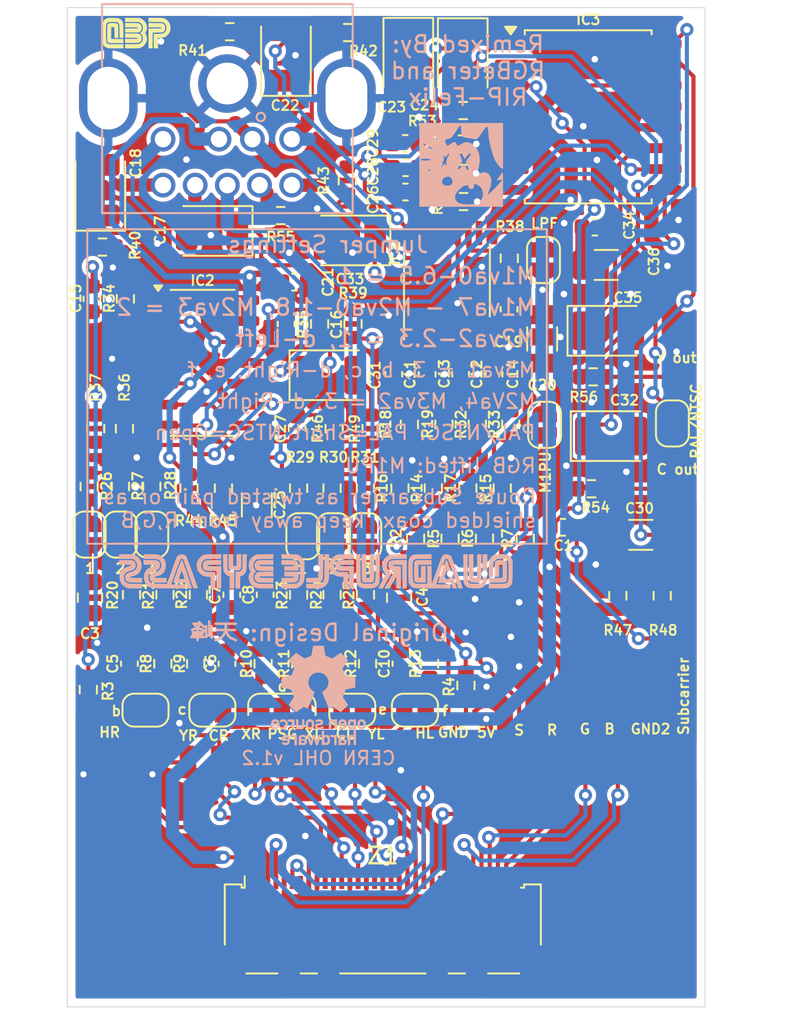
<source format=kicad_pcb>
(kicad_pcb (version 20241229) (generator "pcbnew") (generator_version "9.0")
  (layers (0 "F.Cu" signal) (2 "B.Cu" signal) (13 "F.Paste" user) (15 "B.Paste" user) (5 "F.SilkS" user "F.Silkscreen") (7 "B.SilkS" user "B.Silkscreen") (1 "F.Mask" user) (3 "B.Mask" user) (25 "Edge.Cuts" user))
  (net 0 "")
  (net 1 "/B-IN")
  (net 2 "/CR")
  (net 3 "/XR")
  (net 4 "GND")
  (net 5 "+5V")
  (net 6 "/YL")
  (net 7 "/CL")
  (net 8 "/XL")
  (net 9 "/PSG")
  (net 10 "/YR")
  (net 11 "/OUT1")
  (net 12 "/AUD-R")
  (net 13 "/OUT2")
  (net 14 "/AUD-L")
  (net 15 "/SR")
  (net 16 "/SL")
  (net 17 "Net-(B2-B)")
  (net 18 "/CLKI")
  (net 19 "/SYNC-TTL")
  (net 20 "Net-(YR2-A)")
  (net 21 "Net-(YL2-A)")
  (net 22 "/G-IN")
  (net 23 "/R-IN")
  (net 24 "Net-(IC1-CH1_IN)")
  (net 25 "Net-(IC1-CH3_IN)")
  (net 26 "Net-(C2-B)")
  (net 27 "Net-(C5-Pad1)")
  (net 28 "Net-(C6-Pad1)")
  (net 29 "Net-(C7-Pad1)")
  (net 30 "Net-(C8-Pad1)")
  (net 31 "Net-(C9-Pad1)")
  (net 32 "Net-(IC1-CH2_IN)")
  (net 33 "Net-(C10-Pad1)")
  (net 34 "Net-(IC1-CH4_IN)")
  (net 35 "Net-(C11-Pad2)")
  (net 36 "2V5")
  (net 37 "Net-(C12-Pad2)")
  (net 38 "Net-(IC2C-+)")
  (net 39 "Net-(C13-Pad2)")
  (net 40 "Net-(C14-Pad2)")
  (net 41 "Net-(C17-Pad1)")
  (net 42 "/OUT3")
  (net 43 "Net-(CN1-MONO)")
  (net 44 "R-OUT")
  (net 45 "Net-(C22-Pad2)")
  (net 46 "B-OUT")
  (net 47 "Net-(D1-B)")
  (net 48 "Net-(D1-A)")
  (net 49 "Net-(E1-B)")
  (net 50 "Net-(F1-B)")
  (net 52 "Net-(IC1-BYPASS)")
  (net 53 "Net-(IC2C--)")
  (net 54 "Net-(IC2D--)")
  (net 55 "/HR")
  (net 56 "/HL")
  (net 57 "Net-(J4-Pin_1)")
  (net 58 "Net-(M1PU1-B)")
  (net 59 "Net-(YR2-B)")
  (net 60 "Net-(YR3-B)")
  (net 61 "Net-(YR4-B)")
  (net 62 "Net-(YL2-B)")
  (net 63 "Net-(YL3-B)")
  (net 64 "Net-(YL4-B)")
  (net 65 "Net-(IC3-BIN)")
  (net 66 "Net-(IC3-GIN)")
  (net 67 "Net-(IC3-RIN)")
  (net 68 "Net-(C18-Pad1)")
  (net 69 "Net-(IC3-CRMA)")
  (net 70 "Net-(C22-Pad1)")
  (net 71 "Net-(IC3-COMP)")
  (net 72 "Net-(IC3-LUMA)")
  (net 73 "CLK")
  (net 74 "CVBS")
  (net 75 "Net-(IC3-STND)")
  (net 76 "2V5_IC3")
  (net 77 "Net-(C23-Pad2)")
  (net 78 "Net-(C23-Pad1)")
  (net 79 "Net-(C32-Pad2)")
  (net 80 "Net-(C24-Pad2)")
  (net 81 "Net-(C24-Pad1)")
  (net 82 "Net-(C31-Pad2)")
  (net 83 "Net-(C33-Pad2)")
  (net 84 "Net-(C35-Pad2)")
  (net 85 "Net-(J5-Pin_1)")
  (net 86 "G-OUT")
  (footprint "Resistor_SMD:R_0603_1608Metric" (layer "F.Cu") (at 157.3811 94.9006 180)
    (property "Reference" "R52")
    (property "Value" "75")
  )
  (footprint "Resistor_SMD:R_0603_1608Metric" (layer "F.Cu") (at 151.4161 118.7916 90)
    (property "Reference" "R25")
    (property "Value" "210k")
  )
  (footprint "Package_SO:SOIC-16W_7.5x10.3mm_P1.27mm" (layer "F.Cu") (at 164.9611 89.7506)
    (property "Reference" "IC3")
    (property "Value" "AD724")
  )
  (footprint "Resistor_SMD:R_0603_1608Metric" (layer "F.Cu") (at 160.1611 98.3462 90)
    (property "Reference" "R38")
    (property "Value" "5.62k")
  )
  (footprint "Capacitor_SMD:C_0603_1608Metric" (layer "F.Cu") (at 137.0651 122.9826 -90)
    (property "Reference" "C5")
    (property "Value" "1u")
  )
  (footprint "Resistor_SMD:R_0603_1608Metric" (layer "F.Cu") (at 148.6281 102.3366 90)
    (property "Reference" "R35")
    (property "Value" "300k")
  )
  (footprint "Package_SO:TSSOP-14_4.4x5mm_P0.65mm" (layer "F.Cu") (at 156.3711 99.6772 90)
    (property "Reference" "IC1")
    (property "Value" "THS7374IPWR")
  )
  (footprint "Jumper:SolderJumper-2_P1.3mm_Open_RoundedPad1.0x1.5mm" (layer "F.Cu") (at 138.424 115.134 90)
    (property "Reference" "YR4" (hide yes))
    (property "Value" "SolderJumper_2_Open")
  )
  (footprint "Connector_Wire:SolderWirePad_1x01_SMD_1x2mm" (layer "F.Cu") (at 166.7611 128.9506 180)
    (property "Reference" "B1" (hide yes))
    (property "Value" "SMD_Conn_01x01")
  )
  (footprint "Resistor_SMD:R_0603_1608Metric" (layer "F.Cu") (at 160.2486 108.4402 90)
    (property "Reference" "R33")
    (property "Value" "1k")
  )
  (footprint "Resistor_SMD:R_0603_1608Metric" (layer "F.Cu") (at 165.2611 105.5506 180)
    (property "Reference" "R56")
    (property "Value" "75")
  )
  (footprint "Jumper:SolderJumper-2_P1.3mm_Open_RoundedPad1.0x1.5mm" (layer "F.Cu") (at 150.616 125.802)
    (property "Reference" "E1" (hide yes))
    (property "Value" "SolderJumper_2_Open")
  )
  (footprint "Resistor_SMD:R_0603_1608Metric" (layer "F.Cu") (at 157.6391 112.3146 90)
    (property "Reference" "R17")
    (property "Value" "5.62k")
  )
  (footprint "Resistor_SMD:R_0603_1608Metric" (layer "F.Cu") (at 147.3521 118.7916 90)
    (property "Reference" "R23")
    (property "Value" "210k")
  )
  (footprint "Connector_Wire:SolderWirePad_1x01_SMD_1x2mm" (layer "F.Cu") (at 142.5261 128.9516)
    (property "Reference" "CR1" (hide yes))
    (property "Value" "SMD_Conn_01x01")
  )
  (footprint "Resistor_SMD:R_0603_1608Metric" (layer "F.Cu") (at 141.091 122.9826 90)
    (property "Reference" "R9")
    (property "Value" "75")
  )
  (footprint "Resistor_SMD:R_0603_1608Metric" (layer "F.Cu") (at 149.3841 112.3146 90)
    (property "Reference" "R30")
    (property "Value" "100k")
  )
  (footprint "Resistor_SMD:R_0603_1608Metric" (layer "F.Cu") (at 165.1611 112.3506 180)
    (property "Reference" "R54")
    (property "Value" "75")
  )
  (footprint "Capacitor_SMD:C_0603_1608Metric" (layer "F.Cu") (at 134.7851 100.8126 -90)
    (property "Reference" "C15")
    (property "Value" "150p")
  )
  (footprint "Connector_Wire:SolderWirePad_1x01_SMD_1x2mm" (layer "F.Cu") (at 146.3361 128.9516)
    (property "Reference" "P1" (hide yes))
    (property "Value" "SMD_Conn_01x01")
  )
  (footprint "Capacitor_Tantalum_SMD:CP_EIA-3528-15_AVX-H" (layer "F.Cu") (at 166.3611 109.1506)
    (property "Reference" "C32")
    (property "Value" "220u")
  )
  (footprint "Capacitor_Tantalum_SMD:CP_EIA-3528-15_AVX-H" (layer "F.Cu") (at 150.4711 97.2606 180)
    (property "Reference" "C33")
    (property "Value" "220u")
  )
  (footprint "Resistor_SMD:R_0603_1608Metric" (layer "F.Cu") (at 155.5436 112.3146 90)
    (property "Reference" "R14")
    (property "Value" "5.62k")
  )
  (footprint "Connector_Wire:SolderWirePad_1x01_SMD_1x2mm" (layer "F.Cu") (at 155.0111 128.9506)
    (property "Reference" "J2" (hide yes))
    (property "Value" "SMD_Conn_01x01")
  )
  (footprint "Resistor_SMD:R_0603_1608Metric" (layer "F.Cu") (at 140.6846 112.3146 -90)
    (property "Reference" "R44")
    (property "Value" "10k")
  )
  (footprint "Jumper:SolderJumper-2_P1.3mm_Open_RoundedPad1.0x1.5mm" (layer "F.Cu") (at 136.519 115.134 90)
    (property "Reference" "YR3" (hide yes))
    (property "Value" "SolderJumper_2_Open")
  )
  (footprint "Resistor_SMD:R_0603_1608Metric" (layer "F.Cu") (at 158.6551 115.3626 -90)
    (property "Reference" "R6")
    (property "Value" "5.62k")
  )
  (footprint "Capacitor_SMD:C_0603_1608Metric" (layer "F.Cu") (at 149.5111 122.9826 -90)
    (property "Reference" "C9")
    (property "Value" "1u")
  )
  (footprint "Jumper:SolderJumper-2_P1.3mm_Open_RoundedPad1.0x1.5mm" (layer "F.Cu") (at 154.426 125.802)
    (property "Reference" "F1" (hide yes))
    (property "Value" "SolderJumper_2_Open")
  )
  (footprint "Resistor_SMD:R_0603_1608Metric" (layer "F.Cu") (at 157.3561 89.3706)
    (property "Reference" "R53")
    (property "Value" "10k")
  )
  (footprint "Jumper:SolderJumper-2_P1.3mm_Open_RoundedPad1.0x1.5mm" (layer "F.Cu") (at 138.043 125.802)
    (property "Reference" "B2" (hide yes))
    (property "Value" "SolderJumper_2_Open")
  )
  (footprint "Jumper:SolderJumper-2_P1.3mm_Open_RoundedPad1.0x1.5mm" (layer "F.Cu") (at 151.378 115.2356 90)
    (property "Reference" "YL4" (hide yes))
    (property "Value" "SolderJumper_2_Open")
  )
  (footprint "Resistor_SMD:R_0603_1608Metric" (layer "F.Cu") (at 136.7611 108.7006 90)
    (property "Reference" "R37")
    (property "Value" "10k")
  )
  (footprint "Resistor_SMD:R_0603_1608Metric" (layer "F.Cu") (at 138.424 112.213 90)
    (property "Reference" "R28")
    (property "Value" "130k")
  )
  (footprint "Connector_Wire:SolderWirePad_1x01_SMD_1x2mm" (layer "F.Cu") (at 168.7611 128.8506 180)
    (property "Reference" "GND2")
    (property "Value" "SMD_Conn_01x01")
  )
  (footprint "Resistor_SMD:R_0603_1608Metric" (layer "F.Cu") (at 151.5431 122.9826 90)
    (property "Reference" "R12")
    (property "Value" "75")
  )
  (footprint "Capacitor_SMD:C_1206_3216Metric" (layer "F.Cu") (at 166.0611 98.7506)
    (property "Reference" "C36")
    (property "Value" "10u")
  )
  (footprint "Jumper:SolderJumper-2_P1.3mm_Open_RoundedPad1.0x1.5mm" (layer "F.Cu") (at 162.306 108.4656 -90)
    (property "Reference" "M1PU1" (hide yes))
    (property "Value" "SolderJumper_2_Open")
  )
  (footprint "Resistor_SMD:R_0603_1608Metric" (layer "F.Cu") (at 143.1611 84.5806)
    (property "Reference" "R41")
    (property "Value" "75")
  )
  (footprint "Capacitor_SMD:C_0603_1608Metric" (layer "F.Cu") (at 153.5751 122.9826 -90)
    (property "Reference" "C10")
    (property "Value" "1u")
  )
  (footprint "Capacitor_Tantalum_SMD:CP_EIA-3528-15_AVX-H" (layer "F.Cu") (at 149.2611 105.4506)
    (property "Reference" "C31")
    (property "Value" "47u")
  )
  (footprint "Resistor_SMD:R_0603_1608Metric" (layer "F.Cu") (at 136.519 112.213 90)
    (property "Reference" "R27")
    (property "Value" "100k")
  )
  (footprint "Resistor_SMD:R_0603_1608Metric" (layer "F.Cu") (at 150.3111 93.6256 90)
    (property "Reference" "R43")
    (property "Value" "75")
  )
  (footprint "Jumper:SolderJumper-2_P1.3mm_Open_RoundedPad1.0x1.5mm" (layer "F.Cu") (at 134.614 115.134 90)
    (property "Reference" "YR2" (hide yes))
    (property "Value" "SolderJumper_2_Open")
  )
  (footprint "Connector_Wire:SolderWirePad_1x01_SMD_1x2mm" (layer "F.Cu") (at 170.4611 105.4506 90)
    (property "Reference" "J5" (hide yes))
    (property "Value" "SMD_Conn_01x01")
  )
  (footprint "Capacitor_Tantalum_SMD:CP_EIA-3528-15_AVX-H" (layer "F.Cu") (at 146.5811 86.0181 90)
    (property "Reference" "C22")
    (property "Value" "220u")
  )
  (footprint "Connector_Wire:SolderWirePad_1x01_SMD_1x2mm" (layer "F.Cu") (at 140.6211 128.9516)
    (property "Reference" "YR1" (hide yes))
    (property "Value" "SMD_Conn_01x01")
  )
  (footprint "Capacitor_SMD:C_0603_1608Metric" (layer "F.Cu") (at 142.996 122.9826 -90)
    (property "Reference" "C6")
    (property "Value" "1u")
  )
  (footprint "Resistor_SMD:R_0603_1608Metric" (layer "F.Cu") (at 166.7611 118.8506 -90)
    (property "Reference" "R47")
    (property "Value" "10k")
  )
  (footprint "Resistor_SMD:R_0603_1608Metric" (layer "F.Cu") (at 155.315 122.9826 90)
    (property "Reference" "R13")
    (property "Value" "75")
  )
  (footprint "Resistor_SMD:R_0603_1608Metric" (layer "F.Cu") (at 159.7346 112.3146 90)
    (property "Reference" "R15")
    (property "Value" "5.62k")
  )
  (footprint "Resistor_SMD:R_0603_1608Metric" (layer "F.Cu") (at 151.7611 108.7006 90)
    (property "Reference" "R49")
    (property "Value" "330")
  )
  (footprint "Resistor_SMD:R_0603_1608Metric" (layer "F.Cu") (at 139.2241 118.7916 90)
    (property "Reference" "R21")
    (property "Value" "210k")
  )
  (footprint "Resistor_SMD:R_0603_1608Metric" (layer "F.Cu") (at 156.1846 108.4402 90)
    (property "Reference" "R19")
    (property "Value" "1k")
  )
  (footprint "Connector_Wire:SolderWirePad_1x01_SMD_1x2mm" (layer "F.Cu") (at 170.7611 128.8606 180)
    (property "Reference" "CLKIN1" (hide yes))
    (property "Value" "SMD_Conn_01x01")
  )
  (footprint "Capacitor_SMD:C_0603_1608Metric" (layer "F.Cu") (at 153.8511 92.8406 180)
    (property "Reference" "C28")
    (property "Value" "0.1u")
  )
  (footprint "Resistor_SMD:R_0603_1608Metric" (layer "F.Cu") (at 157.3211 93.1906 180)
    (property "Reference" "R51")
    (property "Value" "75")
  )
  (footprint "Resistor_SMD:R_0603_1608Metric" (layer "F.Cu") (at 150.3411 84.6306)
    (property "Reference" "R42")
    (property "Value" "75")
  )
  (footprint "Connector_Wire:SolderWirePad_1x01_SMD_1x2mm" (layer "F.Cu") (at 150.1461 128.9516)
    (property "Reference" "CL1" (hide yes))
    (property "Value" "SMD_Conn_01x01")
  )
  (footprint "Resistor_SMD:R_0603_1608Metric" (layer "F.Cu") (at 149.3841 118.7916 90)
    (property "Reference" "R24")
    (property "Value" "210k")
  )
  (footprint "Jumper:SolderJumper-2_P1.3mm_Open_RoundedPad1.0x1.5mm" (layer "F.Cu") (at 162.2411 98.4506 -90)
    (property "Reference" "LPF1" (hide yes))
    (property "Value" "SolderJumper_2_Open")
  )
  (footprint "footprints:QBP_LOGO" (layer "F.Cu") (at 137.5111 84.6306)
    (property "Reference" "Ref**" (hide yes))
    (property "Value" "LOGO" (hide yes))
  )
  (footprint "Resistor_SMD:R_0603_1608Metric" (layer "F.Cu") (at 150.6601 102.3366 90)
    (property "Reference" "R39")
    (property "Value" "330")
  )
  (footprint "Capacitor_SMD:C_0603_1608Metric" (layer "F.Cu") (at 155.1686 105.3922 -90)
    (property "Reference" "C13")
    (property "Value" "0.1u")
  )
  (footprint "Resistor_SMD:R_0603_1608Metric" (layer "F.Cu") (at 156.5596 115.3626 -90)
    (property "Reference" "R5")
    (property "Value" "5.62k")
  )
  (footprint "Jumper:SolderJumper-3_P1.3mm_Open_RoundedPad1.0x1.5mm" (layer "F.Cu") (at 146.3361 125.802)
    (property "Reference" "D1" (hide yes))
    (property "Value" "SolderJumper_3_Open")
  )
  (footprint "Resistor_SMD:R_0603_1608Metric" (layer "F.Cu") (at 137.1921 118.7916 90)
    (property "Reference" "R20")
    (property "Value" "210k")
  )
  (footprint "Connector_Wire:SolderWirePad_1x01_SMD_1x2mm" (layer "F.Cu") (at 164.7611 128.8506 180)
    (property "Reference" "G1" (hide yes))
    (property "Value" "SMD_Conn_01x01")
  )
  (footprint "Jumper:SolderJumper-2_P1.3mm_Open_RoundedPad1.0x1.5mm" (layer "F.Cu") (at 147.6061 115.2356 90)
    (property "Reference" "YL2" (hide yes))
    (property "Value" "SolderJumper_2_Open")
  )
  (footprint "Resistor_SMD:R_0603_1608Metric" (layer "F.Cu") (at 154.0891 108.4402 90)
    (property "Reference" "R18")
    (property "Value" "1k")
  )
  (footprint "Resistor_SMD:R_0603_1608Metric" (layer "F.Cu") (at 147.4791 122.9826 90)
    (property "Reference" "R11")
    (property "Value" "2.2k")
  )
  (footprint "Capacitor_SMD:C_0603_1608Metric" (layer "F.Cu") (at 165.3611 96.4506)
    (property "Reference" "C34")
    (property "Value" "0.1u")
  )
  (footprint "Resistor_SMD:R_0603_1608Metric" (layer "F.Cu") (at 135.4201 97.663 180)
    (property "Reference" "R40")
    (property "Value" "330")
  )
  (footprint "Resistor_SMD:R_0603_1608Metric" (layer "F.Cu") (at 134.5632 124.5574 90)
    (property "Reference" "R3")
    (property "Value" "100k")
  )
  (footprint "Jumper:SolderJumper-2_P1.3mm_Open_RoundedPad1.0x1.5mm" (layer "F.Cu") (at 170.0811 108.3806 90)
    (property "Reference" "J3" (hide yes))
    (property "Value" "SolderJumper_2_Open")
  )
  (footprint "Resistor_SMD:R_0603_1608Metric" (layer "F.Cu") (at 161.1316 115.3626 90)
    (property "Reference" "R7")
    (property "Value" "5.62k")
  )
  (footprint "Resistor_SMD:R_0603_1608Metric" (layer "F.Cu") (at 141.2561 118.7916 90)
    (property "Reference" "R22")
    (property "Value" "210k")
  )
  (footprint "Connector_Wire:SolderWirePad_1x01_SMD_1x2mm" (layer "F.Cu") (at 158.7611 128.9506)
    (property "Reference" "UNK5V1" (hide yes))
    (property "Value" "SMD_Conn_01x01")
  )
  (footprint "Connector_Wire:SolderWirePad_1x01_SMD_1x2mm" (layer "F.Cu") (at 135.7951 128.9516)
    (property "Reference" "J1" (hide yes))
    (property "Value" "SMD_Conn_01x01")
  )
  (footprint "Capacitor_SMD:C_0603_1608Metric" (layer "F.Cu") (at 153.8311 91.3706 180)
    (property "Reference" "C29")
    (property "Value" "0.1u")
  )
  (footprint "Capacitor_SMD:C_0805_2012Metric" (layer "F.Cu") (at 134.6648 118.9694 -90)
    (property "Reference" "C3")
    (property "Value" "10u")
  )
  (footprint "Connector_Wire:SolderWirePad_1x01_SMD_1x2mm" (layer "F.Cu") (at 144.4311 128.9516)
    (property "Reference" "XR1" (hide yes))
    (property "Value" "SMD_Conn_01x01")
  )
  (footprint "Capacitor_SMD:C_1206_3216Metric" (layer "F.Cu") (at 144.8121 113.3306 -90)
    (property "Reference" "C25")
    (property "Value" "10u")
  )
  (footprint "Capacitor_Tantalum_SMD:CP_EIA-3528-15_AVX-H" (layer "F.Cu") (at 142.0876 96.6851 180)
    (property "Reference" "C17")
    (property "Value" "47u")
  )
  (footprint "Connector_Wire:SolderWirePad_1x01_SMD_1x2mm" (layer "F.Cu") (at 162.7611 128.8506 180)
    (property "Reference" "R1" (hide yes))
    (property "Value" "SMD_Conn_01x01")
  )
  (footprint "Connector_Wire:SolderWirePad_1x01_SMD_1x2mm" (layer "F.Cu") (at 170.4611 112.2506 90)
    (property "Reference" "J4" (hide yes))
    (property "Value" "SMD_Conn_01x01")
  )
  (footprint "Resistor_SMD:R_0603_1608Metric" (layer "F.Cu") (at 145.1931 122.9826 90)
    (property "Reference" "R10")
    (property "Value" "750")
  )
  (footprint "Capacitor_Tantalum_SMD:CP_EIA-3528-15_AVX-H" (layer "F.Cu") (at 154.0211 86.2031 -90)
    (property "Reference" "C23")
    (property "Value" "220u")
  )
  (footprint "Resistor_SMD:R_0603_1608Metric" (layer "F.Cu") (at 151.4161 112.3146 90)
    (property "Reference" "R31")
    (property "Value" "130k")
  )
  (footprint "Capacitor_SMD:C_0603_1608Metric" (layer "F.Cu") (at 157.2006 105.3922 -90)
    (property "Reference" "C12")
    (property "Value" "0.1u")
  )
  (footprint "Resistor_SMD:R_0603_1608Metric" (layer "F.Cu") (at 142.7801 112.3146 90)
    (property "Reference" "R45")
    (property "Value" "10k")
  )
  (footprint "Resistor_SMD:R_0603_1608Metric" (layer "F.Cu") (at 169.4611 118.8506 90)
    (property "Reference" "R48")
    (property "Value" "10k")
  )
  (footprint "Resistor_SMD:R_0603_1608Metric" (layer "F.Cu") (at 153.5116 112.3146 90)
    (property "Reference" "R16")
    (property "Value" "5.62k")
  )
  (footprint "Capacitor_SMD:C_0603_1608Metric" (layer "F.Cu") (at 147.2611 108.7006 90)
    (property "Reference" "C27")
    (property "Value" "1nf")
  )
  (footprint "Capacitor_SMD:C_0805_2012Metric" (layer "F.Cu") (at 153.4608 118.9694 -90)
    (property "Reference" "C4")
    (property "Value" "10u")
  )
  (footprint "Capacitor_SMD:C_0603_1608Metric" (layer "F.Cu") (at 145.3201 118.7916 -90)
    (property "Reference" "C8")
    (property "Value" "1u")
  )
  (footprint "Resistor_SMD:R_0603_1608Metric" (layer "F.Cu") (at 158.2166 108.4402 90)
    (property "Reference" "R32")
    (property "Value" "1k")
  )
  (footprint "Connector_Wire:SolderWirePad_1x01_SMD_1x2mm" (layer "F.Cu") (at 160.7611 128.8506 180)
    (property "Reference" "S1" (hide yes))
    (property "Value" "SMD_Conn_01x01")
  )
  (footprint "Capacitor_Tantalum_SMD:CP_EIA-3528-15_AVX-H" (layer "F.Cu") (at 135.2931 94.2086 90)
    (property "Reference" "C18")
    (property "Value" "47u")
  )
  (footprint "Resistor_SMD:R_0603_1608Metric" (layer "F.Cu") (at 157.5248 124.3034 90)
    (property "Reference" "R4")
    (property "Value" "100k")
  )
  (footprint "Resistor_SMD:R_0603_1608Metric" (layer "F.Cu") (at 147.3521 112.3146 90)
    (property "Reference" "R29")
    (property "Value" "10k")
  )
  (footprint "Capacitor_SMD:C_0603_1608Metric" (layer "F.Cu") (at 153.1366 105.3922 -90)
    (property "Reference" "C11")
    (property "Value" "0.1u")
  )
  (footprint "Capacitor_SMD:C_0603_1608Metric" (layer "F.Cu") (at 143.2881 118.7916 -90)
    (property "Reference" "C7")
    (property "Value" "1u")
  )
  (footprint "Capacitor_SMD:C_0603_1608Metric" (layer "F.Cu") (at 146.5961 102.3366 -90)
    (property "Reference" "C16")
    (property "Value" "150p")
  )
  (footprint "Capacitor_SMD:C_0603_1608Metric" (layer "F.Cu") (at 147.1041 99.7966)
    (property "Reference" "C21")
    (property "Value" "0.1u")
  )
  (footprint "Capacitor_SMD:C_1206_3216Metric" (layer "F.Cu") (at 162.1611 103.2462 -90)
    (property "Reference" "C20")
    (property "Value" "10u")
  )
  (footprint "Capacitor_SMD:C_0603_1608Metric" (layer "F.Cu") (at 153.8511 94.3206 180)
    (property "Reference" "C26")
    (property "Value" "0.1u")
  )
  (footprint "Resistor_SMD:R_0603_1608Metric" (layer "F.Cu") (at 146.2611 95.7506)
    (property "Reference" "R55")
    (property "Value" "75")
  )
  (footprint "Capacitor_Tantalum_SMD:CP_EIA-3528-15_AVX-H" (layer "F.Cu") (at 166.1611 102.7506)
    (property "Reference" "C35")
    (property "Value" "220u")
  )
  (footprint "Resistor_SMD:R_0603_1608Metric" (layer "F.Cu") (at 136.8171 100.8126 90)
    (property "Reference" "R34")
    (property "Value" "300k")
  )
  (footprint "Capacitor_SMD:C_0603_1608Metric" (layer "F.Cu") (at 159.2326 105.3922 -90)
    (property "Reference" "C14")
    (property "Value" "0.1u")
  )
  (footprint "Connector_Wire:SolderWirePad_1x01_SMD_1x2mm" (layer "F.Cu") (at 148.2411 128.9516)
    (property "Reference" "XL1" (hide yes))
    (property "Value" "SMD_Conn_01x01")
  )
  (footprint "Connector_Wire:SolderWirePad_1x01_SMD_1x2mm" (layer "F.Cu") (at 152.0511 128.9516)
    (property "Reference" "YL1" (hide yes))
    (property "Value" "SMD_Conn_01x01")
  )
  (footprint "Jumper:SolderJumper-2_P1.3mm_Open_RoundedPad1.0x1.5mm" (layer "F.Cu") (at 142.107 125.802 180)
    (property "Reference" "C2" (hide yes))
    (property "Value" "SolderJumper_2_Open")
  )
  (footprint "Resistor_SMD:R_0603_1608Metric" (layer "F.Cu") (at 134.614 112.213 90)
    (property "Reference" "R26")
    (property "Value" "10k")
  )
  (footprint "Capacitor_SMD:C_1206_3216Metric" (layer "F.Cu") (at 168.1611 115.1506 180)
    (property "Reference" "C30")
    (property "Value" "10u")
  )
  (footprint "Resistor_SMD:R_0603_1608Metric" (layer "F.Cu") (at 157.3311 91.4006 180)
    (property "Reference" "R50")
    (property "Value" "75")
  )
  (footprint "Capacitor_SMD:C_0603_1608Metric" (layer "F.Cu") (at 160.147 101.4462 90)
    (property "Reference" "C19")
    (property "Value" "0.1u")
  )
  (footprint "Connector_Wire:SolderWirePad_1x01_SMD_1x2mm" (layer "F.Cu") (at 156.7611 128.9516 180)
    (property "Reference" "GND1" (hide yes))
    (property "Value" "SMD_Conn_01x01")
  )
  (footprint "Jumper:SolderJumper-2_P1.3mm_Open_RoundedPad1.0x1.5mm" (layer "F.Cu") (at 149.473 115.2356 90)
    (property "Reference" "YL3" (hide yes))
    (property "Value" "SolderJumper_2_Open")
  )
  (footprint "Capacitor_SMD:C_0603_1608Metric" (layer "F.Cu") (at 163.4211 114.6906)
    (property "Reference" "C1")
    (property "Value" "0.1u")
  )
  (footprint "Resistor_SMD:R_0603_1608Metric" (layer "F.Cu") (at 139.0971 122.9826 90)
    (property "Reference" "R8")
    (property "Value" "75")
  )
  (footprint "Package_SO:SOIC-14_3.9x8.7mm_P1.27mm" (layer "F.Cu") (at 141.5111 104.7006)
    (property "Reference" "IC2")
    (property "Value" "TL974")
  )
  (footprint "Connector_FFC-FPC:Molex_502244-3330_1x33-1MP_P0.5mm_Horizontal" (layer "F.Cu") (at 152.4711 139.3506)
    (property "Reference" "Z1")
    (property "Value" "Conn_01x33_Pin")
  )
  (footprint "Resistor_SMD:R_0603_1608Metric" (layer "F.Cu") (at 149.5111 108.7006 -90)
    (property "Reference" "R46")
    (property "Value" "5.5k")
  )
  (footprint "Capacitor_Tantalum_SMD:CP_EIA-3528-15_AVX-H" (layer "F.Cu") (at 157.3311 86.2231 -90)
    (property "Reference" "C24")
    (property "Value" "220u")
  )
  (footprint "Resistor_SMD:R_0603_1608Metric" (layer "F.Cu") (at 135.0111 108.7006 -90)
    (property "Reference" "R36")
    (property "Value" "10k")
  )
  (footprint "Resistor_SMD:R_0603_1608Metric" (layer "F.Cu") (at 154.4641 115.3626 -90)
    (property "Reference" "R2")
    (property "Value" "2.2k")
  )
  (footprint "footprints:4bp_LOGO" (layer "B.Cu") (at 148.3211 117.3906 180)
    (property "Reference" "Ref**" (hide yes))
    (property "Value" "LOGO" (hide yes))
  )
  (footprint "RIP-Felix Logo(Small)" (layer "B.Cu") (at 157.2411 92.6706 180)
    (property "Reference" "G***" (hide yes))
    (property "Value" "LOGO" (hide yes))
  )
  (footprint "MyLibrary:MD90SM-MD2" (layer "B.Cu") (at 143.0195 82.9024)
    (property "Reference" "CN1" (hide yes))
    (property "Value" "MD-90SM_MD2" (hide yes))
  )
  (footprint "Symbol:OSHW-Logo_5.7x6mm_SilkScreen" (layer "B.Cu") (at 148.5611 124.9056 180)
    (property "Reference" "REF**" (hide yes))
    (property "Value" "OSHW-Logo_5.7x6mm_SilkScreen" (hide yes))
  )
  (gr_rect (start 134.5011 96.5806) (end 162.4411 115.6906) (stroke (width 0.12)) (fill no) (layer "B.SilkS"))
  (gr_rect (start 133.2811 83.1166) (end 172.0611 143.8306) (stroke (width 0.05)) (fill no) (layer "Edge.Cuts"))
  (gr_text "S" (at 160.7611 127.0206 0) (layer "F.SilkS") (effects (font (size 0.6096 0.6096) (thickness 0.127))))
  (gr_text "2" (at 136.5111 117.2006 0) (layer "F.SilkS") (effects (font (size 0.6096 0.6096) (thickness 0.127))))
  (gr_text "Y out" (at 170.3211 104.3906 0) (layer "F.SilkS") (effects (font (size 0.6096 0.6096) (thickness 0.127))))
  (gr_text "LPF" (at 162.3011 96.2306 0) (layer "F.SilkS") (effects (font (size 0.6096 0.6096) (thickness 0.127))))
  (gr_text "B" (at 166.2611 126.9506 0) (layer "F.SilkS") (effects (font (size 0.6096 0.6096) (thickness 0.127))))
  (gr_text "R" (at 162.7611 127.0106 0) (layer "F.SilkS") (effects (font (size 0.6096 0.6096) (thickness 0.127))))
  (gr_text "PSG" (at 146.3611 127.2506 0) (layer "F.SilkS") (effects (font (size 0.6096 0.6096) (thickness 0.127))))
  (gr_text "HR" (at 135.8611 127.1506 0) (layer "F.SilkS") (effects (font (size 0.6096 0.6096) (thickness 0.127))))
  (gr_text "b" (at 136.2611 125.8506 0) (layer "F.SilkS") (effects (font (size 0.6096 0.6096) (thickness 0.127))))
  (gr_text "c" (at 140.2611 125.7506 0) (layer "F.SilkS") (effects (font (size 0.6096 0.6096) (thickness 0.127))))
  (gr_text "CL" (at 150.1611 127.2506 0) (layer "F.SilkS") (effects (font (size 0.6096 0.6096) (thickness 0.127))))
  (gr_text "1" (at 134.6708 117.2006 0) (layer "F.SilkS") (effects (font (size 0.6096 0.6096) (thickness 0.127))))
  (gr_text "XL" (at 148.2611 127.2506 0) (layer "F.SilkS") (effects (font (size 0.6096 0.6096) (thickness 0.127))))
  (gr_text "M1PU" (at 162.3568 111.3506 90) (layer "F.SilkS") (effects (font (size 0.6096 0.6096) (thickness 0.127))))
  (gr_text "C out" (at 170.3911 111.1706 0) (layer "F.SilkS") (effects (font (size 0.6096 0.6096) (thickness 0.127))))
  (gr_text "Subcarrier\n" (at 170.7611 124.9506 90) (layer "F.SilkS") (effects (font (size 0.6096 0.6096) (thickness 0.127))))
  (gr_text "G" (at 164.7611 126.9506 0) (layer "F.SilkS") (effects (font (size 0.6096 0.6096) (thickness 0.127))))
  (gr_text "YL" (at 152.0611 127.2506 0) (layer "F.SilkS") (effects (font (size 0.6096 0.6096) (thickness 0.127))))
  (gr_text "3" (at 151.5111 117.2006 0) (layer "F.SilkS") (effects (font (size 0.6096 0.6096) (thickness 0.127))))
  (gr_text "e" (at 152.4611 125.7506 0) (layer "F.SilkS") (effects (font (size 0.6096 0.6096) (thickness 0.127))))
  (gr_text "5V" (at 158.7611 127.1606 0) (layer "F.SilkS") (effects (font (size 0.6096 0.6096) (thickness 0.127))))
  (gr_text "PAL/NTSC" (at 171.5211 108.2406 90) (layer "F.SilkS") (effects (font (size 0.6096 0.6096) (thickness 0.127))))
  (gr_text "XR" (at 144.4611 127.2506 0) (layer "F.SilkS") (effects (font (size 0.6096 0.6096) (thickness 0.127))))
  (gr_text "CR" (at 142.494 127.3506 0) (layer "F.SilkS") (effects (font (size 0.6096 0.6096) (thickness 0.127))))
  (gr_text "YR" (at 140.6611 127.3506 0) (layer "F.SilkS") (effects (font (size 0.6096 0.6096) (thickness 0.127))))
  (gr_text "f" (at 156.2611 125.8506 0) (layer "F.SilkS") (effects (font (size 0.6096 0.6096) (thickness 0.127))))
  (gr_text "d" (at 146.3611 124.3506 0) (layer "F.SilkS") (effects (font (size 0.6096 0.6096) (thickness 0.127))))
  (gr_text "1" (at 147.574 117.2006 0) (layer "F.SilkS") (effects (font (size 0.6096 0.6096) (thickness 0.127))))
  (gr_text "3" (at 138.43 117.2006 0) (layer "F.SilkS") (effects (font (size 0.6096 0.6096) (thickness 0.127))))
  (gr_text "GND" (at 156.7611 127.1506 0) (layer "F.SilkS") (effects (font (size 0.6096 0.6096) (thickness 0.127))))
  (gr_text "2" (at 149.5111 117.2006 0) (layer "F.SilkS") (effects (font (size 0.6096 0.6096) (thickness 0.127))))
  (gr_text "HL" (at 155.0111 127.2006 0) (layer "F.SilkS") (effects (font (size 0.6096 0.6096) (thickness 0.127))))
  (gr_text "PAL/NTSC: PAL=Short NTSC=Open" (at 161.8361 108.9406 0) (layer "B.SilkS") (effects (font (size 0.889 0.889) (thickness 0.127)) (justify left mirror)))
  (gr_text "M1va7 - M2va0-1.8, M2va3 = 2" (at 161.8361 101.3206 0) (layer "B.SilkS") (effects (font (size 1 1)) (justify left mirror)))
  (gr_text "M2Va4, M3va2 = 3, d-Right" (at 161.8361 107.0356 0) (layer "B.SilkS") (effects (font (size 0.889 0.889) (thickness 0.127)) (justify left mirror)))
  (gr_text "RGB lifted: M1PU" (at 161.8611 110.9506 0) (layer "B.SilkS") (effects (font (size 0.889 0.889) (thickness 0.127)) (justify left mirror)))
  (gr_text "M1va0-6.5 = 1" (at 161.8361 99.4156 0) (layer "B.SilkS") (effects (font (size 1 1)) (justify left mirror)))
  (gr_text "Jumper Settings" (at 149.1361 97.5106 0) (layer "B.SilkS") (effects (font (size 1 1)) (justify mirror)))
  (gr_text "Original Design: 天峰" (at 148.5611 121.0956 0) (layer "B.SilkS") (effects (font (size 1 1)) (justify mirror)))
  (gr_text "CERN OHL v1.2" (at 148.5611 128.7156 0) (layer "B.SilkS") (effects (font (size 0.8128 0.8128) (thickness 0.127)) (justify mirror)))
  (gr_text "Remixed By:\nRGBeter and\nRIP-Felix" (at 157.6511 86.9506 0) (layer "B.SilkS") (effects (font (size 1 1)) (justify mirror)))
  (gr_text "Route Subcarrier as twisted pair or as \nshielded coax, keep away from R,G,B" (at 161.8811 113.5506 0) (layer "B.SilkS") (effects (font (size 0.889 0.889) (thickness 0.127)) (justify left mirror)))
  (gr_text "M2va2-2.3 = 1, d-Left" (at 161.8361 103.2256 0) (layer "B.SilkS") (effects (font (size 1 1)) (justify left mirror)))
  (gr_text "M3va1 = 3, b, c, d-Right, e, f" (at 161.8361 105.1306 0) (layer "B.SilkS") (effects (font (size 0.889 0.889) (thickness 0.127)) (justify left mirror)))
  (segment (start 159.7346 113.1646) (end 160.1283 113.5583) (width 0.254) (layer "F.Cu") (net 1))
  (segment (start 160.1283 115.9468) (end 160.3941 116.2126) (width 0.254) (layer "F.Cu") (net 1))
  (segment (start 160.3941 116.2126) (end 161.1316 116.2126) (width 0.254) (layer "F.Cu") (net 1))
  (segment (start 160.1283 113.5583) (end 160.1283 115.9468) (width 0.254) (layer "F.Cu") (net 1))
  (segment (start 166.7611 130.9506) (end 166.7611 128.9506) (width 0.25) (layer "F.Cu") (net 1))
  (segment (start 157.4161 133.9756) (end 157.9711 134.5306) (width 0.25) (layer "F.Cu") (net 1))
  (segment (start 166.7611 123.5956) (end 166.7611 128.9506) (width 0.254) (layer "F.Cu") (net 1))
  (segment (start 157.9711 134.5306) (end 157.9711 136.2706) (width 0.25) (layer "F.Cu") (net 1))
  (segment (start 161.1316 117.9661) (end 166.7611 123.5956) (width 0.254) (layer "F.Cu") (net 1))
  (segment (start 161.1316 116.2126) (end 161.1316 117.9661) (width 0.254) (layer "F.Cu") (net 1))
  (via (at 166.7611 130.9506) (size 0.8) (drill 0.4) (layers "F.Cu" "B.Cu") (net 1))
  (via (at 157.4161 133.9756) (size 0.8) (drill 0.4) (layers "F.Cu" "B.Cu") (net 1))
  (segment (start 158.3811 134.9406) (end 157.4161 133.9756) (width 0.25) (layer "B.Cu") (net 1))
  (segment (start 164.0211 134.9406) (end 158.3811 134.9406) (width 0.25) (layer "B.Cu") (net 1))
  (segment (start 166.5311 131.1806) (end 166.5311 132.4306) (width 0.25) (layer "B.Cu") (net 1))
  (segment (start 166.5311 132.4306) (end 164.0211 134.9406) (width 0.25) (layer "B.Cu") (net 1))
  (segment (start 142.7611 132.3306) (end 148.2611 132.3306) (width 0.25) (layer "F.Cu") (net 2))
  (segment (start 142.5261 127.497022) (end 142.355078 127.326) (width 0.25) (layer "F.Cu") (net 2))
  (segment (start 148.9711 136.2706) (end 148.9711 134.518264) (width 0.25) (layer "F.Cu") (net 2))
  (segment (start 142.355078 127.326) (end 137.662 127.326) (width 0.25) (layer "F.Cu") (net 2))
  (segment (start 148.7077 132.7772) (end 148.2611 132.3306) (width 0.25) (layer "F.Cu") (net 2))
  (segment (start 137.0651 124.5701) (end 137.393 124.898) (width 0.25) (layer "F.Cu") (net 2))
  (segment (start 142.5261 128.977) (end 142.5261 127.497022) (width 0.25) (layer "F.Cu") (net 2))
  (segment (start 137.393 124.898) (end 137.393 125.802) (width 0.25) (layer "F.Cu") (net 2))
  (segment (start 148.2611 132.3306) (end 148.302345 132.3306) (width 0.25) (layer "F.Cu") (net 2))
  (segment (start 148.7077 134.254864) (end 148.7077 132.7772) (width 0.25) (layer "F.Cu") (net 2))
  (segment (start 137.0651 123.7576) (end 137.0651 124.5701) (width 0.25) (layer "F.Cu") (net 2))
  (segment (start 142.5261 129.826768) (end 143.455516 130.756184) (width 0.25) (layer "F.Cu") (net 2))
  (segment (start 137.393 127.057) (end 137.393 125.802) (width 0.25) (layer "F.Cu") (net 2))
  (segment (start 137.662 127.326) (end 137.393 127.057) (width 0.25) (layer "F.Cu") (net 2))
  (segment (start 148.9711 134.518264) (end 148.7077 134.254864) (width 0.25) (layer "F.Cu") (net 2))
  (segment (start 142.5811 132.1506) (end 142.7611 132.3306) (width 0.25) (layer "F.Cu") (net 2))
  (via (at 143.455516 130.756184) (size 0.8) (drill 0.4) (layers "F.Cu" "B.Cu") (net 2))
  (via (at 142.5811 132.1506) (size 0.8) (drill 0.4) (layers "F.Cu" "B.Cu") (net 2))
  (segment (start 142.5811 132.1506) (end 142.5811 131.6306) (width 0.25) (layer "B.Cu") (net 2))
  (segment (start 142.5811 131.6306) (end 143.455516 130.756184) (width 0.25) (layer "B.Cu") (net 2))
  (segment (start 144.4311 127.4911) (end 144.266 127.326) (width 0.25) (layer "F.Cu") (net 3))
  (segment (start 142.757 127.087) (end 142.757 125.802) (width 0.25) (layer "F.Cu") (net 3))
  (segment (start 142.757 124.644) (end 142.757 125.802) (width 0.25) (layer "F.Cu") (net 3))
  (segment (start 142.996 127.326) (end 142.757 127.087) (width 0.25) (layer "F.Cu") (net 3))
  (segment (start 150.9711 134.7306) (end 150.9711 136.2706) (width 0.25) (layer "F.Cu") (net 3))
  (segment (start 144.4311 128.977) (end 144.4311 127.4911) (width 0.25) (layer "F.Cu") (net 3))
  (segment (start 142.996 123.7576) (end 142.996 124.405) (width 0.25) (layer "F.Cu") (net 3))
  (segment (start 142.996 124.405) (end 142.757 124.644) (width 0.25) (layer "F.Cu") (net 3))
  (segment (start 144.266 127.326) (end 142.996 127.326) (width 0.25) (layer "F.Cu") (net 3))
  (segment (start 144.7011 130.9006) (end 144.7011 129.2216) (width 0.25) (layer "F.Cu") (net 3))
  (via (at 150.9711 134.7306) (size 0.8) (drill 0.4) (layers "F.Cu" "B.Cu") (net 3))
  (via (at 144.7011 130.9006) (size 0.8) (drill 0.4) (layers "F.Cu" "B.Cu") (net 3))
  (segment (start 150.9711 133.9506) (end 147.2847 130.2642) (width 0.25) (layer "B.Cu") (net 3))
  (segment (start 147.2847 130.2642) (end 145.3375 130.2642) (width 0.25) (layer "B.Cu") (net 3))
  (segment (start 150.9711 134.7306) (end 150.9711 133.9506) (width 0.25) (layer "B.Cu") (net 3))
  (segment (start 145.3375 130.2642) (end 144.7011 130.9006) (width 0.25) (layer "B.Cu") (net 3))
  (segment (start 157.4711 136.2706) (end 157.4711 136.977) (width 0.25) (layer "F.Cu") (net 4))
  (segment (start 153.4711 136.2706) (end 153.4711 134.8406) (width 0.25) (layer "F.Cu") (net 4))
  (segment (start 149.365641 133.864002) (end 149.747925 133.481718) (width 0.25) (layer "F.Cu") (net 4))
  (segment (start 147.4493 136.9988) (end 147.5811 137.1306) (width 0.25) (layer "F.Cu") (net 4))
  (segment (start 142.0111 99.1486) (end 142.0111 96.9406) (width 0.25) (layer "F.Cu") (net 4))
  (segment (start 151.4811 136.9988) (end 151.6129 137.1306) (width 0.25) (layer "F.Cu") (net 4))
  (segment (start 148.5929 137.1206) (end 149.3293 137.1206) (width 0.25) (layer "F.Cu") (net 4))
  (segment (start 147.8791 99.7966) (end 146.9901 100.6856) (width 0.25) (layer "F.Cu") (net 4))
  (segment (start 152.4711 136.2706) (end 152.4711 136.9788) (width 0.25) (layer "F.Cu") (net 4))
  (segment (start 147.3375 137.1106) (end 147.4493 136.9988) (width 0.25) (layer "F.Cu") (net 4))
  (segment (start 159.4711 136.977) (end 159.6147 137.1206) (width 0.25) (layer "F.Cu") (net 4))
  (segment (start 157.6047 137.1106) (end 158.2611 137.1106) (width 0.25) (layer "F.Cu") (net 4))
  (segment (start 144.4711 136.977) (end 144.6147 137.1206) (width 0.25) (layer "F.Cu") (net 4))
  (segment (start 145.1411 137.1206) (end 145.6147 137.1206) (width 0.25) (layer "F.Cu") (net 4))
  (segment (start 154.3793 137.1206) (end 154.5011 136.9988) (width 0.25) (layer "F.Cu") (net 4))
  (segment (start 158.6147 137.1206) (end 159.3275 137.1206) (width 0.25) (layer "F.Cu") (net 4))
  (segment (start 156.9711 136.9906) (end 157.0911 137.1106) (width 0.25) (layer "F.Cu") (net 4))
  (segment (start 145.4711 134.6606) (end 145.3011 134.4906) (width 0.25) (layer "F.Cu") (net 4))
  (segment (start 145.6547 137.1606) (end 145.6947 137.1206) (width 0.25) (layer "F.Cu") (net 4))
  (segment (start 158.2611 137.1106) (end 158.4711 136.9006) (width 0.25) (layer "F.Cu") (net 4))
  (segment (start 155.4711 135.5642) (end 155.6147 135.4206) (width 0.25) (layer "F.Cu") (net 4))
  (segment (start 151.4711 136.2706) (end 151.4711 135.3306) (width 0.25) (layer "F.Cu") (net 4))
  (segment (start 156.9711 136.2706) (end 156.9711 136.9906) (width 0.25) (layer "F.Cu") (net 4))
  (segment (start 156.4711 136.4906) (end 156.9711 136.9906) (width 0.25) (layer "F.Cu") (net 4))
  (segment (start 148.4711 136.2706) (end 148.4711 136.9988) (width 0.25) (layer "F.Cu") (net 4))
  (segment (start 156.4711 135.5806) (end 156.4711 136.2706) (width 0.25) (layer "F.Cu") (net 4))
  (segment (start 152.4711 136.2706) (end 152.4711 135.3006) (width 0.25) (layer "F.Cu") (net 4))
  (segment (start 155.4711 136.2706) (end 155.4711 135.5642) (width 0.25) (layer "F.Cu") (net 4))
  (segment (start 146.4493 136.9988) (end 146.5611 137.1106) (width 0.25) (layer "F.Cu") (net 4))
  (segment (start 145.4711 136.2706) (end 145.4711 136.977) (width 0.25) (layer "F.Cu") (net 4))
  (segment (start 160.4711 136.8706) (end 160.4711 136.2706) (width 0.25) (layer "F.Cu") (net 4))
  (segment (start 153.3693 137.1206) (end 153.4911 136.9988) (width 0.25) (layer "F.Cu") (net 4))
  (segment (start 144.4711 136.2706) (end 144.4711 135.5706) (width 0.25) (layer "F.Cu") (net 4))
  (segment (start 150.4711 136.2706) (end 150.4711 136.9688) (width 0.25) (layer "F.Cu") (net 4))
  (segment (start 145.6147 137.1206) (end 145.6547 137.1606) (width 0.25) (layer "F.Cu") (net 4))
  (segment (start 155.6147 135.4206) (end 156.3111 135.4206) (width 0.25) (layer "F.Cu") (net 4))
  (segment (start 160.2211 137.1206) (end 160.4711 136.8706) (width 0.25) (layer "F.Cu") (net 4))
  (segment (start 153.6129 137.1206) (end 154.3793 137.1206) (width 0.25) (layer "F.Cu") (net 4))
  (segment (start 151.4711 136.9888) (end 151.4811 136.9988) (width 0.25) (layer "F.Cu") (net 4))
  (segment (start 143.0401 100.1776) (end 142.0111 99.1486) (width 0.25) (layer "F.Cu") (net 4))
  (segment (start 150.4711 136.2706) (end 150.4711 135.3706) (width 0.25) (layer "F.Cu") (net 4))
  (segment (start 151.4711 135.3306) (end 151.4811 135.3206) (width 0.25) (layer "F.Cu") (net 4))
  (segment (start 149.5829 137.1306) (end 150.3693 137.1306) (width 0.25) (layer "F.Cu") (net 4))
  (segment (start 149.4711 136.2706) (end 149.4711 134.573551) (width 0.25) (layer "F.Cu") (net 4))
  (segment (start 150.6329 137.1306) (end 151.3493 137.1306) (width 0.25) (layer "F.Cu") (net 4))
  (segment (start 152.3193 137.1306) (end 152.4511 136.9988) (width 0.25) (layer "F.Cu") (net 4))
  (segment (start 146.4493 136.9988) (end 146.4711 136.977) (width 0.25) (layer "F.Cu") (net 4))
  (segment (start 147.4493 136.9988) (end 147.4711 136.977) (width 0.25) (layer "F.Cu") (net 4))
  (segment (start 150.3693 137.1306) (end 150.5011 136.9988) (width 0.25) (layer "F.Cu") (net 4))
  (segment (start 158.4711 136.9006) (end 158.4711 136.2706) (width 0.25) (layer "F.Cu") (net 4))
  (segment (start 154.4711 136.9688) (end 154.5011 136.9988) (width 0.25) (layer "F.Cu") (net 4))
  (segment (start 153.4929 136.2724) (end 153.4929 136.997) (width 0.25) (layer "F.Cu") (net 4))
  (segment (start 152.5729 137.1206) (end 153.3693 137.1206) (width 0.25) (layer "F.Cu") (net 4))
  (segment (start 159.6147 137.1206) (end 160.2211 137.1206) (width 0.25) (layer "F.Cu") (net 4))
  (segment (start 144.4711 136.2706) (end 144.4711 136.977) (width 0.25) (layer "F.Cu") (net 4))
  (segment (start 145.3275 137.1206) (end 145.4711 136.977) (width 0.25) (layer "F.Cu") (net 4))
  (segment (start 157.0911 137.1106) (end 157.6047 137.1106) (width 0.25) (layer "F.Cu") (net 4))
  (segment (start 146.9901 100.6856) (end 145.7706 100.6856) (width 0.25) (layer "F.Cu") (net 4))
  (segment (start 150.5011 136.9988) (end 150.6329 137.1306) (width 0.25) (layer "F.Cu") (net 4))
  (segment (start 159.4711 136.2706) (end 159.4711 136.977) (width 0.25) (layer "F.Cu") (net 4))
  (segment (start 148.4711 136.2706) (end 148.4711 134.9506) (width 0.25) (layer "F.Cu") (net 4))
  (segment (start 145.1411 137.1206) (end 145.3275 137.1206) (width 0.25) (layer "F.Cu") (net 4))
  (segment (start 146.4711 134.7606) (end 146.850639 134.381061) (width 0.25) (layer "F.Cu") (net 4))
  (segment (start 145.2626 100.1776) (end 143.0401 100.1776) (width 0.25) (layer "F.Cu") (net 4))
  (segment (start 147.5811 137.1306) (end 148.3393 137.1306) (width 0.25) (layer "F.Cu") (net 4))
  (segment (start 148.3393 137.1306) (end 148.4711 136.9988) (width 0.25) (layer "F.Cu") (net 4))
  (segment (start 152.4511 136.9988) (end 152.5729 137.1206) (width 0.25) (layer "F.Cu") (net 4))
  (segment (start 153.4711 134.8406) (end 153.4611 134.8306) (width 0.25) (layer "F.Cu") (net 4))
  (segment (start 147.4711 136.977) (end 147.4711 136.2706) (width 0.25) (layer "F.Cu") (net 4))
  (segment (start 158.4711 136.2706) (end 158.4711 136.977) (width 0.25) (layer "F.Cu") (net 4))
  (segment (start 145.7706 100.6856) (end 145.2626 100.1776) (width 0.25) (layer "F.Cu") (net 4))
  (segment (start 146.4711 136.977) (end 146.4711 136.2706) (width 0.25) (layer "F.Cu") (net 4))
  (segment (start 149.4511 136.9988) (end 149.5829 137.1306) (width 0.25) (layer "F.Cu") (net 4))
  (segment (start 154.4711 136.2706) (end 154.4711 134.2006) (width 0.25) (layer "F.Cu") (net 4))
  (segment (start 146.5611 137.1106) (end 147.3375 137.1106) (width 0.25) (layer "F.Cu") (net 4))
  (segment (start 155.4711 136.977) (end 155.4711 136.2706) (width 0.25) (layer "F.Cu") (net 4))
  (segment (start 152.4711 136.9788) (end 152.4511 136.9988) (width 0.25) (layer "F.Cu") (net 4))
  (segment (start 154.5011 136.9988) (end 154.6229 137.1206) (width 0.25) (layer "F.Cu") (net 4))
  (segment (start 156.3111 135.4206) (end 156.4711 135.5806) (width 0.25) (layer "F.Cu") (net 4))
  (segment (start 157.4711 136.977) (end 157.6047 137.1106) (width 0.25) (layer "F.Cu") (net 4))
  (segment (start 151.4711 136.2706) (end 151.4711 136.9888) (width 0.25) (layer "F.Cu") (net 4))
  (segment (start 149.4711 136.2706) (end 149.4711 136.9788) (width 0.25) (layer "F.Cu") (net 4))
  (segment (start 148.4711 136.9988) (end 148.5929 137.1206) (width 0.25) (layer "F.Cu") (net 4))
  (segment (start 149.365641 133.9506) (end 149.365641 133.864002) (width 0.25) (layer "F.Cu") (net 4))
  (segment (start 151.6129 137.1306) (end 152.3193 137.1306) (width 0.25) (layer "F.Cu") (net 4))
  (segment (start 146.3275 137.1206) (end 146.4493 136.9988) (width 0.25) (layer "F.Cu") (net 4))
  (segment (start 153.4911 136.9988) (end 153.6129 137.1206) (width 0.25) (layer "F.Cu") (net 4))
  (segment (start 149.3293 137.1206) (end 149.4511 136.9988) (width 0.25) (layer "F.Cu") (net 4))
  (segment (start 144.6147 137.1206) (end 145.1411 137.1206) (width 0.25) (layer "F.Cu") (net 4))
  (segment (start 154.4711 136.2706) (end 154.4711 136.9688) (width 0.25) (layer "F.Cu") (net 4))
  (segment (start 145.6947 137.1206) (end 146.3275 137.1206) (width 0.25) (layer "F.Cu") (net 4))
  (segment (start 155.3275 137.1206) (end 155.4711 136.977) (width 0.25) (layer "F.Cu") (net 4))
  (segment (start 150.4711 136.9688) (end 150.5011 136.9988) (width 0.25) (layer "F.Cu") (net 4))
  (segment (start 158.4711 136.2706) (end 158.4711 134.4964) (width 0.25) (layer "F.Cu") (net 4))
  (segment (start 145.4711 136.2706) (end 145.4711 134.6606) (width 0.25) (layer "F.Cu") (net 4))
  (segment (start 149.4711 136.9788) (end 149.4511 136.9988) (width 0.25) (layer "F.Cu") (net 4))
  (segment (start 151.3493 137.1306) (end 151.4811 136.9988) (width 0.25) (layer "F.Cu") (net 4))
  (segment (start 158.4711 136.977) (end 158.6147 137.1206) (width 0.25) (layer "F.Cu") (net 4))
  (segment (start 159.3275 137.1206) (end 159.4711 136.977) (width 0.25) (layer "F.Cu") (net 4))
  (segment (start 146.4711 136.2706) (end 146.4711 134.7606) (width 0.25) (layer "F.Cu") (net 4))
  (segment (start 154.6229 137.1206) (end 155.3275 137.1206) (width 0.25) (layer "F.Cu") (net 4))
  (segment (start 153.4929 136.997) (end 153.4911 136.9988) (width 0.25) (layer "F.Cu") (net 4))
  (segment (start 159.4711 136.2706) (end 159.4711 135.0406) (width 0.25) (layer "F.Cu") (net 4))
  (segment (start 145.4711 136.977) (end 145.6547 137.1606) (width 0.25) (layer "F.Cu") (net 4))
  (via (at 140.5311 92.3506) (size 0.8) (drill 0.4) (layers "F.Cu" "B.Cu") (net 4))
  (via (at 158.2411 105.3806) (size 0.8) (drill 0.4) (layers "F.Cu" "B.Cu") (net 4))
  (via (at 169.7811 98.8106) (size 0.8) (drill 0.4) (layers "F.Cu" "B.Cu") (net 4))
  (via (at 137.5111 110.4506) (size 0.8) (drill 0.4) (layers "F.Cu" "B.Cu") (net 4))
  (via (at 167.5511 100.5078) (size 0.8) (drill 0.4) (layers "F.Cu" "B.Cu") (net 4))
  (via (at 148.4811 95.3206) (size 0.8) (drill 0.4) (layers "F.Cu" "B.Cu") (net 4))
  (via (at 160.7611 123.1506) (size 0.8) (drill 0.4) (layers "F.Cu" "B.Cu") (net 4))
  (via (at 136.0551 98.9076) (size 0.7874) (drill 0.381) (layers "F.Cu" "B.Cu") (net 4))
  (via (at 158.2061 94.9006) (size 0.8) (drill 0.4) (layers "F.Cu" "B.Cu") (net 4))
  (via (at 140.1011 126.5906) (size 0.8) (drill 0.4) (layers "F.Cu" "B.Cu") (net 4))
  (via (at 158.496 98.8644) (size 0.7874) (drill 0.381) (layers "F.Cu" "B.Cu") (net 4))
  (via (at 152.9811 132.6106) (size 0.8) (drill 0.4) (layers "F.Cu" "B.Cu") (net 4))
  (via (at 145.9211 108.3806) (size 0.8) (drill 0.4) (layers "F.Cu" "B.Cu") (net 4))
  (via (at 170.4511 96.0206) (size 0.8) (drill 0.4) (layers "F.Cu" "B.Cu") (net 4))
  (via (at 146.7811 98.0106) (size 0.8) (drill 0.4) (layers "F.Cu" "B.Cu") (net 4))
  (via (at 147.1611 86.0106) (size 0.8) (drill 0.4) (layers "F.Cu" "B.Cu") (net 4))
  (via (at 135.8111 100.8506) (size 0.8) (drill 0.4) (layers "F.Cu" "B.Cu") (net 4))
  (via (at 148.4411 117.1906) (size 0.8) (drill 0.4) (layers "F.Cu" "B.Cu") (net 4))
  (via (at 165.3611 86.2506) (size 0.8) (drill 0.4) (layers "F.Cu" "B.Cu") (net 4))
  (via (at 155.4611 95.3906) (size 0.8) (drill 0.4) (layers "F.Cu" "B.Cu") (net 4))
  (via (at 157.5121 121.0776) (size 0.7874) (drill 0.381) (layers "F.Cu" "B.Cu") (net 4))
  (via (at 157.0101 101.0742) (size 0.7874) (drill 0.381) (layers "F.Cu" "B.Cu") (net 4))
  (via (at 154.5611 121.0306) (size 0.8) (drill 0.4) (layers "F.Cu" "B.Cu") (net 4))
  (via (at 147.7611 133.4506) (size 0.8) (drill 0.4) (layers "F.Cu" "B.Cu") (net 4))
  (via (at 167.2811 111.3206) (size 0.8) (drill 0.4) (layers "F.Cu" "B.Cu") (net 4))
  (via (at 165.4211 116.9506) (size 0.8) (drill 0.4) (layers "F.Cu" "B.Cu") (net 4))
  (via (at 134.2711 129.7006) (size 0.7874) (drill 0.381) (layers "F.Cu" "B.Cu") (net 4))
  (via (at 152.8191 101.8362) (size 0.7874) (drill 0.381) (layers "F.Cu" "B.Cu") (net 4))
  (via (at 144.774 113.356) (size 0.7874) (drill 0.381) (layers "F.Cu" "B.Cu") (net 4))
  (via (at 165.1711 107.1006) (size 0.8) (drill 0.4) (layers "F.Cu" "B.Cu") (net 4))
  (via (at 138.7611 97.4506) (size 0.8) (drill 0.4) (layers "F.Cu" "B.Cu") (net 4))
  (via (at 135.099936 121.7126) (size 0.7874) (drill 0.381) (layers "F.Cu" "B.Cu") (net 4))
  (via (at 137.4511 112.2606) (size 0.8) (drill 0.4) (layers "F.Cu" "B.Cu") (net 4))
  (via (at 136.0111 104.4506) (size 0.7874) (drill 0.381) (layers "F.Cu" "B.Cu") (net 4))
  (via (at 136.5111 106.2006) (size 0.8) (drill 0.4) (layers "F.Cu" "B.Cu") (net 4))
  (via (at 163.4811 100.5206) (size 0.8) (drill 0.4) (layers "F.Cu" "B.Cu") (net 4))
  (via (at 142.0111 96.9406) (size 0.8) (drill 0.4) (layers "F.Cu" "B.Cu") (net 4))
  (via (at 158.1461 93.1906) (size 0.8) (drill 0.4) (layers "F.Cu" "B.Cu") (net 4))
  (via (at 158.7821 124.3796) (size 0.7874) (drill 0.381) (layers "F.Cu" "B.Cu") (net 4))
  (via (at 158.0811 119.0506) (size 0.8) (drill 0.4) (layers "F.Cu" "B.Cu") (net 4))
  (via (at 138.1411 120.7906) (size 0.8) (drill 0.4) (layers "F.Cu" "B.Cu") (net 4))
  (via (at 160.7611 119.2506) (size 0.8) (drill 0.4) (layers "F.Cu" "B.Cu") (net 4))
  (via (at 160.1111 103.7506) (size 0.8) (drill 0.4) (layers "F.Cu" "B.Cu") (net 4))
  (via (at 156.2011 110.5306) (size 0.8) (drill 0.4) (layers "F.Cu" "B.Cu") (net 4))
  (via (at 156.2311 105.3906) (size 0.8) (drill 0.4) (layers "F.Cu" "B.Cu") (net 4))
  (via (at 153.5711 129.4506) (size 0.8) (drill 0.4) (layers "F.Cu" "B.Cu") (net 4))
  (via (at 163.2611 103.1306) (size 0.8) (drill 0.4) (layers "F.Cu" "B.Cu") (net 4))
  (via (at 165.4911 92.3706) (size 0.8) (drill 0.4) (layers "F.Cu" "B.Cu") (net 4))
  (via (at 160.2711 110.4706) (size 0.8) (drill 0.4) (layers "F.Cu" "B.Cu") (net 4))
  (via (at 163.6311 110.9506) (size 0.8) (drill 0.4) (layers "F.Cu" "B.Cu") (net 4))
  (via (at 163.498531 96.211714) (size 0.8) (drill 0.4) (layers "F.Cu" "B.Cu") (net 4))
  (via (at 144.1644 121.0014) (size 0.7874) (drill 0.381) (layers "F.Cu" "B.Cu") (net 4))
  (via (at 150.6211 98.0006) (size 0.8) (drill 0.4) (layers "F.Cu" "B.Cu") (net 4))
  (via (at 164.6611 90.3206) (size 0.8) (drill 0.4) (layers "F.Cu" "B.Cu") (net 4))
  (via (at 158.1561 91.4006) (size 0.8) (drill 0.4) (layers "F.Cu" "B.Cu") (net 4))
  (via (at 142.0011 122.9306) (size 0.8) (drill 0.4) (layers "F.Cu" "B.Cu") (net 4))
  (via (at 154.6711 89.7506) (size 0.8) (drill 0.4) (layers "F.Cu" "B.Cu") (net 4))
  (via (at 167.2711 104.7706) (size 0.8) (drill 0.4) (layers "F.Cu" "B.Cu") (net 4))
  (via (at 154.2611 110.6206) (size 0.8) (drill 0.4) (layers "F.Cu" "B.Cu") (net 4))
  (via (at 154.0911 105.3406) (size 0.8) (drill 0.4) (layers "F.Cu" "B.Cu") (net 4))
  (via (at 143.260967 110.470733) (size 0.8) (drill 0.4) (layers "F.Cu" "B.Cu") (net 4))
  (via (at 170.3311 104.0206) (size 0.8) (drill 0.4) (layers "F.Cu" "B.Cu") (net 4))
  (via (at 160.2611 121.3506) (size 0.8) (drill 0.4) (layers "F.Cu" "B.Cu") (net 4))
  (via (at 138.9811 85.1706) (size 0.8) (drill 0.4) (layers "F.Cu" "B.Cu") (net 4))
  (via (at 138.4621 129.7006) (size 0.7874) (drill 0.381) (layers "F.Cu" "B.Cu") (net 4))
  (segment (start 157.0251 96.8147) (end 157.0251 99.9843) (width 0.25) (layer "F.Cu") (net 5))
  (segment (start 163.4661 87.8456) (end 163.2511 88.0606) (width 0.25) (layer "F.Cu") (net 5))
  (segment (start 141.7611 106.4506) (end 141.7611 105.920769) (width 0.25) (layer "F.Cu") (net 5))
  (segment (start 140.6846 113.1396) (end 140.6846 114.2196) (width 0.25) (layer "F.Cu") (net 5))
  (segment (start 160.0561 89.3706) (end 160.3111 89.1156) (width 0.25) (layer "F.Cu") (net 5))
  (segment (start 157.0251 99.9843) (end 157.3914 100.3506) (width 0.25) (layer "F.Cu") (net 5))
  (segment (start 165.1861 119.6756) (end 166.7611 119.6756) (width 0.8128) (layer "F.Cu") (net 5))
  (segment (start 144.3736 99.4506) (end 144.5356 99.2886) (width 0.381) (layer "F.Cu") (net 5))
  (segment (start 153.6531 116.2126) (end 154.4641 116.2126) (width 0.254) (layer "F.Cu") (net 5))
  (segment (start 144.9711 135.0106) (end 144.9711 136.2706) (width 0.25) (layer "F.Cu") (net 5))
  (segment (start 141.7611 105.920769) (end 140.540931 104.7006) (width 0.25) (layer "F.Cu") (net 5))
  (segment (start 163.9211 92.1106) (end 162.1611 90.3506) (width 0.8128) (layer "F.Cu") (net 5))
  (segment (start 162.179 100.2596) (end 162.179 99.1627) (width 0.8128) (layer "F.Cu") (net 5))
  (segment (start 164.2361 99.1006) (end 164.5861 98.7506) (width 0.8128) (layer "F.Cu") (net 5))
  (segment (start 145.8211 99.2886) (end 146.3291 99.7966) (width 0.381) (layer "F.Cu") (net 5))
  (segment (start 163.8911 94.8006) (end 163.9211 94.7706) (width 0.8128) (layer "F.Cu") (net 5))
  (segment (start 142.742 114.626) (end 142.742 115.261) (width 0.25) (layer "F.Cu") (net 5))
  (segment (start 153.3111 115.8706) (end 153.6531 116.2126) (width 0.254) (layer "F.Cu") (net 5))
  (segment (start 162.1611 100.2775) (end 162.1611 101.7712) (width 0.8128) (layer "F.Cu") (net 5))
  (segment (start 160.3111 90.3856) (end 162.1261 90.3856) (width 0.25) (layer "F.Cu") (net 5))
  (segment (start 162.6111 117.1006) (end 165.1861 119.6756) (width 0.8128) (layer "F.Cu") (net 5))
  (segment (start 169.6111 87.8456) (end 163.4661 87.8456) (width 0.25) (layer "F.Cu") (net 5))
  (segment (start 157.3914 100.3506) (end 158.2764 100.3506) (width 0.25) (layer "F.Cu") (net 5))
  (segment (start 142.488 114.372) (end 142.742 114.626) (width 0.25) (layer "F.Cu") (net 5))
  (segment (start 162.1261 89.1156) (end 162.1611 89.1506) (width 0.25) (layer "F.Cu") (net 5))
  (segment (start 160.3111 89.1156) (end 162.1261 89.1156) (width 0.25) (layer "F.Cu") (net 5))
  (segment (start 140.540931 104.7006) (end 139.0361 104.7006) (width 0.25) (layer "F.Cu") (net 5))
  (segment (start 162.1611 90.3506) (end 162.1611 89.1506) (width 0.8128) (layer "F.Cu") (net 5))
  (segment (start 158.2764 100.3506) (end 160.147 102.2212) (width 0.25) (layer "F.Cu") (net 5))
  (segment (start 162.1611 89.1506) (end 163.2511 88.0606) (width 0.8128) (layer "F.Cu") (net 5))
  (segment (start 158.7611 126.3354) (end 158.7611 128.9506) (width 0.8128) (layer "F.Cu") (net 5))
  (segment (start 162.1261 90.3856) (end 162.1611 90.3506) (width 0.25) (layer "F.Cu") (net 5))
  (segment (start 162.2044 106.1796) (end 162.2044 107.714) (width 0.254) (layer "F.Cu") (net 5))
  (segment (start 162.2411 99.1006) (end 164.2361 99.1006) (width 0.8128) (layer "F.Cu") (net 5))
  (segment (start 140.837 114.372) (end 142.488 114.372) (width 0.25) (layer "F.Cu") (net 5))
  (segment (start 158.1811 89.3706) (end 160.0561 89.3706) (width 0.25) (layer "F.Cu") (net 5))
  (segment (start 144.5356 99.2886) (end 145.8211 99.2886) (width 0.381) (layer "F.Cu") (net 5))
  (segment (start 144.7011 134.7406) (end 144.9711 135.0106) (width 0.25) (layer "F.Cu") (net 5))
  (segment (start 164.5861 98.7506) (end 164.5861 96.4506) (width 0.8128) (layer "F.Cu") (net 5))
  (segment (start 142.7811 134.7406) (end 144.7011 134.7406) (width 0.25) (layer "F.Cu") (net 5))
  (segment (start 163.9211 94.7706) (end 163.9211 92.1106) (width 0.8128) (layer "F.Cu") (net 5))
  (segment (start 160.3111 90.3856) (end 160.3111 89.1156) (width 0.25) (layer "F.Cu") (net 5))
  (segment (start 140.6846 114.2196) (end 140.837 114.372) (width 0.25) (layer "F.Cu") (net 5))
  (segment (start 160.147 102.2212) (end 161.7111 102.2212) (width 0.25) (layer "F.Cu") (net 5))
  (segment (start 162.179 100.2596) (end 162.1611 100.2775) (width 0.8128) (layer "F.Cu") (net 5))
  (via (at 162.6111 117.1006) (size 0.8) (drill 0.4) (layers "F.Cu" "B.Cu") (net 5))
  (via (at 144.3736 99.4506) (size 0.7874) (drill 0.381) (layers "F.Cu" "B.Cu") (net 5))
  (via (at 141.7611 106.4506) (size 0.8) (drill 0.4) (layers "F.Cu" "B.Cu") (net 5))
  (via (at 142.742 115.261) (size 0.7874) (drill 0.381) (layers "F.Cu" "B.Cu") (net 5))
  (via (at 142.7811 134.7406) (size 0.8) (drill 0.4) (layers "F.Cu" "B.Cu") (net 5))
  (via (at 162.2044 106.1796) (size 0.7874) (drill 0.381) (layers "F.Cu" "B.Cu") (net 5))
  (via (at 163.8911 94.8006) (size 0.8) (drill 0.4) (layers "F.Cu" "B.Cu") (net 5))
  (via (at 162.179 100.2596) (size 0.7874) (drill 0.381) (layers "F.Cu" "B.Cu") (net 5))
  (via (at 158.7611 126.3354) (size 0.7874) (drill 0.381) (layers "F.Cu" "B.Cu") (net 5))
  (via (at 153.3111 115.8706) (size 0.7874) (drill 0.381) (layers "F.Cu" "B.Cu") (net 5))
  (segment (start 153.3111 115.5606) (end 162.0266 106.8451) (width 0.254) (layer "B.Cu") (net 5))
  (segment (start 139.6811 133.3206) (end 139.6811 129.900481) (width 0.8128) (layer "B.Cu") (net 5))
  (segment (start 140.8684 90.2208) (end 140.8684 90.8812) (width 0.381) (layer "B.Cu") (net 5))
  (segment (start 162.0266 106.8451) (end 162.5981 106.8451) (width 0.254) (layer "B.Cu") (net 5))
  (segment (start 162.5981 106.5733) (end 162.5981 106.8451) (width 0.8128) (layer "B.Cu") (net 5))
  (segment (start 144.3736 103.8381) (end 141.7611 106.4506) (width 0.8128) (layer "B.Cu") (net 5))
  (segment (start 163.8911 94.8006) (end 163.4611 94.8006) (width 0.8128) (layer "B.Cu") (net 5))
  (segment (start 140.8684 90.8812) (end 141.08865 91.10145) (width 0.381) (layer "B.Cu") (net 5))
  (segment (start 144.3736 99.4506) (end 144.3736 103.8381) (width 0.8128) (layer "B.Cu") (net 5))
  (segment (start 163.4611 94.8006) (end 162.179 96.0827) (width 0.8128) (layer "B.Cu") (net 5))
  (segment (start 142.748 121.003881) (end 148.079519 126.3354) (width 0.8128) (layer "B.Cu") (net 5))
  (segment (start 162.5981 117.1136) (end 162.5981 123.1925) (width 0.8128) (layer "B.Cu") (net 5))
  (segment (start 138.44305 89.95375) (end 140.60135 89.95375) (width 0.381) (layer "B.Cu") (net 5))
  (segment (start 136.0111 92.3857) (end 138.44305 89.95375) (width 0.381) (layer "B.Cu") (net 5))
  (segment (start 140.5111 110.022809) (end 140.5207 110.032409) (width 0.8128) (layer "B.Cu") (net 5))
  (segment (start 140.5111 107.7006) (end 140.5111 110.022809) (width 0.8128) (layer "B.Cu") (net 5))
  (segment (start 141.7611 106.4506) (end 140.5111 107.7006) (width 0.8128) (layer "B.Cu") (net 5))
  (segment (start 162.6111 117.1006) (end 162.5981 117.1136) (width 0.8128) (layer "B.Cu") (net 5))
  (segment (start 162.5981 123.1925) (end 159.4552 126.3354) (width 0.8128) (layer "B.Cu") (net 5))
  (segment (start 140.5207 110.868791) (end 140.5111 110.878391) (width 0.8128) (layer "B.Cu") (net 5))
  (segment (start 139.2611 99.4506) (end 136.0111 96.2006) (width 0.381) (layer "B.Cu") (net 5))
  (segment (start 162.179 100.2596) (end 162.1536 100.285) (width 0.8128) (layer "B.Cu") (net 5))
  (segment (start 142.748 115.267) (end 142.742 115.261) (width 0.8128) (layer "B.Cu") (net 5))
  (segment (start 140.5111 113.0301) (end 142.742 115.261) (width 0.8128) (layer "B.Cu") (net 5))
  (segment (start 153.3111 115.8706) (end 153.3111 115.5606) (width 0.254) (layer "B.Cu") (net 5))
  (segment (start 144.3736 99.4506) (end 139.2611 99.4506) (width 0.381) (layer "B.Cu") (net 5))
  (segment (start 142.748 121.003881) (end 142.748 115.267) (width 0.8128) (layer "B.Cu") (net 5))
  (segment (start 136.0111 96.2006) (end 136.0111 92.3857) (width 0.381) (layer "B.Cu") (net 5))
  (segment (start 140.5111 110.878391) (end 140.5111 113.0301) (width 0.8128) (layer "B.Cu") (net 5))
  (segment (start 148.079519 126.3354) (end 159.4552 126.3354) (width 0.8128) (layer "B.Cu") (net 5))
  (segment (start 143.246181 126.3354) (end 148.079519 126.3354) (width 0.8128) (layer "B.Cu") (net 5))
  (segment (start 162.179 96.0827) (end 162.179 100.2596) (width 0.8128) (layer "B.Cu") (net 5))
  (segment (start 142.7811 134.7406) (end 141.1011 134.7406) (width 0.8128) (layer "B.Cu") (net 5))
  (segment (start 162.6111 117.1006) (end 162.5981 117.0876) (width 0.8128) (layer "B.Cu") (net 5))
  (segment (start 140.60135 89.95375) (end 140.8684 90.2208) (width 0.381) (layer "B.Cu") (net 5))
  (segment (start 139.6811 129.900481) (end 143.246181 126.3354) (width 0.8128) (layer "B.Cu") (net 5))
  (segment (start 162.1536 106.1288) (end 162.5981 106.5733) (width 0.8128) (layer "B.Cu") (net 5))
  (segment (start 162.5981 117.0876) (end 162.5981 106.8451) (width 0.8128) (layer "B.Cu") (net 5))
  (segment (start 162.1536 100.285) (end 162.1536 106.1288) (width 0.8128) (layer "B.Cu") (net 5))
  (segment (start 141.1011 134.7406) (end 139.6811 133.3206) (width 0.8128) (layer "B.Cu") (net 5))
  (segment (start 140.5207 110.032409) (end 140.5207 110.868791) (width 0.8128) (layer "B.Cu") (net 5))
  (segment (start 141.08865 91.10145) (end 142.494 91.10145) (width 0.81) (layer "B.Cu") (net 5))
  (segment (start 156.0008 126.8942) (end 156.458 126.437) (width 0.25) (layer "F.Cu") (net 6))
  (segment (start 156.458 120.6966) (end 155.6808 119.9194) (width 0.25) (layer "F.Cu") (net 6))
  (segment (start 152.0511 128.977) (end 152.9528 128.977) (width 0.25) (layer "F.Cu") (net 6))
  (segment (start 154.2228 127.0974) (end 154.426 126.8942) (width 0.25) (layer "F.Cu") (net 6))
  (segment (start 156.458 126.437) (end 156.458 120.6966) (width 0.25) (layer "F.Cu") (net 6))
  (segment (start 152.021502 130.7906) (end 152.021502 128.981198) (width 0.25) (layer "F.Cu") (net 6))
  (segment (start 155.6808 119.9194) (end 153.4608 119.9194) (width 0.25) (layer "F.Cu") (net 6))
  (segment (start 154.2228 127.707) (end 154.2228 127.0974) (width 0.25) (layer "F.Cu") (net 6))
  (segment (start 153.9711 134.4306) (end 153.9711 136.2706) (width 0.25) (layer "F.Cu") (net 6))
  (segment (start 153.6311 134.0906) (end 153.9711 134.4306) (width 0.25) (layer "F.Cu") (net 6))
  (segment (start 152.9528 128.977) (end 154.2228 127.707) (width 0.25) (layer "F.Cu") (net 6))
  (segment (start 154.426 126.8942) (end 156.0008 126.8942) (width 0.25) (layer "F.Cu") (net 6))
  (via (at 153.6311 134.0906) (size 0.8) (drill 0.4) (layers "F.Cu" "B.Cu") (net 6))
  (via (at 152.021502 130.7906) (size 0.8) (drill 0.4) (layers "F.Cu" "B.Cu") (net 6))
  (segment (start 153.7811 131.8506) (end 153.7811 133.9406) (width 0.25) (layer "B.Cu") (net 6))
  (segment (start 153.7811 133.9406) (end 153.6311 134.0906) (width 0.25) (layer "B.Cu") (net 6))
  (segment (start 152.021502 130.7906) (end 152.7211 130.7906) (width 0.25) (layer "B.Cu") (net 6))
  (segment (start 152.7211 130.7906) (end 153.7811 131.8506) (width 0.25) (layer "B.Cu") (net 6))
  (segment (start 153.776 124.644) (end 153.776 125.802) (width 0.25) (layer "F.Cu") (net 7))
  (segment (start 153.5751 123.7576) (end 153.5751 124.4431) (width 0.25) (layer "F.Cu") (net 7))
  (segment (start 150.7811 129.5866) (end 150.1461 128.9516) (width 0.25) (layer "F.Cu") (net 7))
  (segment (start 150.1461 127.5419) (end 150.362 127.326) (width 0.25) (layer "F.Cu") (net 7))
  (segment (start 152.096016 133.165684) (end 151.9711 133.2906) (width 0.25) (layer "F.Cu") (net 7))
  (segment (start 151.9711 133.2906) (end 151.9711 136.2706) (width 0.25) (layer "F.Cu") (net 7))
  (segment (start 150.7811 130.9106) (end 150.7811 129.5866) (width 0.25) (layer "F.Cu") (net 7))
  (segment (start 150.1461 128.977) (end 150.1461 127.5419) (width 0.25) (layer "F.Cu") (net 7))
  (segment (start 153.156 127.326) (end 153.776 126.706) (width 0.25) (layer "F.Cu") (net 7))
  (segment (start 153.776 126.706) (end 153.776 125.802) (width 0.25) (layer "F.Cu") (net 7))
  (segment (start 150.362 127.326) (end 153.156 127.326) (width 0.25) (layer "F.Cu") (net 7))
  (segment (start 153.5751 124.4431) (end 153.776 124.644) (width 0.25) (layer "F.Cu") (net 7))
  (via (at 152.096016 133.165684) (size 0.8) (drill 0.4) (layers "F.Cu" "B.Cu") (net 7))
  (via (at 150.7811 130.9106) (size 0.8) (drill 0.4) (layers "F.Cu" "B.Cu") (net 7))
  (segment (start 150.7911 130.9206) (end 150.7811 130.9106) (width 0.25) (layer "B.Cu") (net 7))
  (segment (start 152.096016 133.165684) (end 152.096016 133.125516) (width 0.25) (layer "B.Cu") (net 7))
  (segment (start 150.7911 131.8206) (end 150.7911 130.9206) (width 0.25) (layer "B.Cu") (net 7))
  (segment (start 152.096016 133.125516) (end 150.7911 131.8206) (width 0.25) (layer "B.Cu") (net 7))
  (segment (start 148.2411 129.7706) (end 149.3511 130.8806) (width 0.25) (layer "F.Cu") (net 8))
  (segment (start 149.5111 124.3161) (end 149.966 124.771) (width 0.25) (layer "F.Cu") (net 8))
  (segment (start 152.9711 134.8606) (end 152.7011 134.5906) (width 0.25) (layer "F.Cu") (net 8))
  (segment (start 149.966 126.96) (end 149.966 125.802) (width 0.25) (layer "F.Cu") (net 8))
  (segment (start 149.6 127.326) (end 149.966 126.96) (width 0.25) (layer "F.Cu") (net 8))
  (segment (start 152.9711 136.2706) (end 152.9711 134.8606) (width 0.25) (layer "F.Cu") (net 8))
  (segment (start 148.2411 128.977) (end 148.2411 127.4149) (width 0.25) (layer "F.Cu") (net 8))
  (segment (start 148.33 127.326) (end 149.6 127.326) (width 0.25) (layer "F.Cu") (net 8))
  (segment (start 149.5111 123.7576) (end 149.5111 124.3161) (width 0.25) (layer "F.Cu") (net 8))
  (segment (start 149.966 124.771) (end 149.966 125.802) (width 0.25) (layer "F.Cu") (net 8))
  (segment (start 148.2411 127.4149) (end 148.33 127.326) (width 0.25) (layer "F.Cu") (net 8))
  (via (at 149.3511 130.8806) (size 0.8) (drill 0.4) (layers "F.Cu" "B.Cu") (net 8))
  (via (at 152.7011 134.5906) (size 0.8) (drill 0.4) (layers "F.Cu" "B.Cu") (net 8))
  (segment (start 149.3511 131.4506) (end 149.3511 130.8806) (width 0.25) (layer "B.Cu") (net 8))
  (segment (start 152.4911 134.5906) (end 149.3511 131.4506) (width 0.25) (layer "B.Cu") (net 8))
  (segment (start 152.7011 134.5906) (end 152.4911 134.5906) (width 0.25) (layer "B.Cu") (net 8))
  (segment (start 146.3361 125.802) (end 146.3361 128.977) (width 0.25) (layer "F.Cu") (net 9))
  (segment (start 145.3201 120.5061) (end 145.3201 119.5666) (width 0.25) (layer "F.Cu") (net 9))
  (segment (start 150.094841 134.166047) (end 149.9711 134.289788) (width 0.25) (layer "F.Cu") (net 9))
  (segment (start 146.3361 121.0141) (end 146.171 120.849) (width 0.25) (layer "F.Cu") (net 9))
  (segment (start 146.3361 125.802) (end 146.3361 121.0141) (width 0.25) (layer "F.Cu") (net 9))
  (segment (start 149.9711 134.289788) (end 149.9711 136.2706) (width 0.25) (layer "F.Cu") (net 9))
  (segment (start 143.2881 119.5666) (end 145.3201 119.5666) (width 0.25) (layer "F.Cu") (net 9))
  (segment (start 145.663 120.849) (end 145.3201 120.5061) (width 0.25) (layer "F.Cu") (net 9))
  (segment (start 146.2911 130.9924) (end 146.2911 128.9966) (width 0.25) (layer "F.Cu") (net 9))
  (segment (start 146.171 120.849) (end 145.663 120.849) (width 0.25) (layer "F.Cu") (net 9))
  (via (at 150.094841 134.166047) (size 0.8) (drill 0.4) (layers "F.Cu" "B.Cu") (net 9))
  (via (at 146.2911 130.9924) (size 0.8) (drill 0.4) (layers "F.Cu" "B.Cu") (net 9))
  (segment (start 150.094841 134.166047) (end 149.8911 133.962306) (width 0.25) (layer "B.Cu") (net 9))
  (segment (start 147.0229 130.9924) (end 146.2911 130.9924) (width 0.25) (layer "B.Cu") (net 9))
  (segment (start 149.8911 133.8606) (end 147.0229 130.9924) (width 0.25) (layer "B.Cu") (net 9))
  (segment (start 149.8911 133.962306) (end 149.8911 133.8606) (width 0.25) (layer "B.Cu") (net 9))
  (segment (start 137.3191 127.8086) (end 136.3031 126.7926) (width 0.25) (layer "F.Cu") (net 10))
  (segment (start 143.3901 131.7206) (end 153.3211 131.7206) (width 0.25) (layer "F.Cu") (net 10))
  (segment (start 139.4781 128.1896) (end 139.0971 127.8086) (width 0.25) (layer "F.Cu") (net 10))
  (segment (start 140.6211 128.977) (end 139.6305 128.977) (width 0.25) (layer "F.Cu") (net 10))
  (segment (start 135.9221 120.1886) (end 135.6529 119.9194) (width 0.25) (layer "F.Cu") (net 10))
  (segment (start 139.0971 127.8086) (end 137.3191 127.8086) (width 0.25) (layer "F.Cu") (net 10))
  (segment (start 154.9711 133.3706) (end 154.9711 136.2706) (width 0.25) (layer "F.Cu") (net 10))
  (segment (start 135.9221 124.7606) (end 135.9221 120.1886) (width 0.25) (layer "F.Cu") (net 10))
  (segment (start 153.3211 131.7206) (end 154.9711 133.3706) (width 0.25) (layer "F.Cu") (net 10))
  (segment (start 139.4781 128.8246) (end 139.4781 128.1896) (width 0.25) (layer "F.Cu") (net 10))
  (segment (start 136.3031 126.7926) (end 136.3031 125.1416) (width 0.25) (layer "F.Cu") (net 10))
  (segment (start 135.6529 119.9194) (end 134.6648 119.9194) (width 0.25) (layer "F.Cu") (net 10))
  (segment (start 136.3031 125.1416) (end 135.9221 124.7606) (width 0.25) (layer "F.Cu") (net 10))
  (segment (start 140.6211 128.9516) (end 143.3901 131.7206) (width 0.25) (layer "F.Cu") (net 10))
  (segment (start 139.6305 128.977) (end 139.4781 128.8246) (width 0.25) (layer "F.Cu") (net 10))
  (segment (start 137.0711 97.8916) (end 137.0711 99.7336) (width 0.25) (layer "F.Cu") (net 11))
  (segment (start 136.8425 97.663) (end 137.0711 97.8916) (width 0.25) (layer "F.Cu") (net 11))
  (segment (start 134.8232 98.8568) (end 134.8232 99.9995) (width 0.25) (layer "F.Cu") (net 11))
  (segment (start 134.7851 100.0376) (end 136.7671 100.0376) (width 0.25) (layer "F.Cu") (net 11))
  (segment (start 135.0111 106.7006) (end 135.0111 107.8756) (width 0.25) (layer "F.Cu") (net 11))
  (segment (start 138.1331 99.9876) (end 139.0361 100.8906) (width 0.25) (layer "F.Cu") (net 11))
  (segment (start 136.2451 97.663) (end 136.8425 97.663) (width 0.25) (layer "F.Cu") (net 11))
  (segment (start 134.5632 122.7286) (end 134.5632 123.7324) (width 0.25) (layer "F.Cu") (net 11))
  (segment (start 136.8171 99.9876) (end 138.1331 99.9876) (width 0.25) (layer "F.Cu") (net 11))
  (via (at 134.5632 122.7286) (size 0.8) (drill 0.4) (layers "F.Cu" "B.Cu") (net 11))
  (via (at 135.0111 106.7006) (size 0.8) (drill 0.4) (layers "F.Cu" "B.Cu") (net 11))
  (via (at 134.8232 98.8568) (size 0.8) (drill 0.4) (layers "F.Cu" "B.Cu") (net 11))
  (segment (start 134.378036 121.413579) (end 134.800915 120.9907) (width 0.25) (layer "B.Cu") (net 11))
  (segment (start 135.0111 106.7006) (end 135.0111 120.9907) (width 0.25) (layer "B.Cu") (net 11))
  (segment (start 134.800915 120.9907) (end 135.0111 120.9907) (width 0.25) (layer "B.Cu") (net 11))
  (segment (start 134.5632 122.7286) (end 134.378036 122.543436) (width 0.25) (layer "B.Cu") (net 11))
  (segment (start 135.0111 99.0447) (end 134.8232 98.8568) (width 0.25) (layer "B.Cu") (net 11))
  (segment (start 135.0111 106.7006) (end 135.0111 99.0447) (width 0.25) (layer "B.Cu") (net 11))
  (segment (start 134.378036 122.543436) (end 134.378036 121.413579) (width 0.25) (layer "B.Cu") (net 11))
  (segment (start 138.424 111.388) (end 139.504 111.388) (width 0.25) (layer "F.Cu") (net 12))
  (segment (start 134.614 111.388) (end 136.519 111.388) (width 0.25) (layer "F.Cu") (net 12))
  (segment (start 139.567 111.451) (end 139.567 116.658) (width 0.25) (layer "F.Cu") (net 12))
  (segment (start 134.2079 110.9819) (end 134.2079 102.1648) (width 0.25) (layer "F.Cu") (net 12))
  (segment (start 139.567 116.658) (end 139.2241 117.0009) (width 0.25) (layer "F.Cu") (net 12))
  (segment (start 134.2079 102.1648) (end 134.7851 101.5876) (width 0.25) (layer "F.Cu") (net 12))
  (segment (start 136.519 111.388) (end 138.424 111.388) (width 0.25) (layer "F.Cu") (net 12))
  (segment (start 136.8171 101.6376) (end 138.6101 103.4306) (width 0.25) (layer "F.Cu") (net 12))
  (segment (start 134.7851 101.5876) (end 136.7671 101.5876) (width 0.25) (layer "F.Cu") (net 12))
  (segment (start 141.2561 117.9416) (end 139.2241 117.9416) (width 0.254) (layer "F.Cu") (net 12))
  (segment (start 139.504 111.388) (end 139.567 111.451) (width 0.25) (layer "F.Cu") (net 12))
  (segment (start 139.2241 117.0009) (end 139.2241 117.9666) (width 0.25) (layer "F.Cu") (net 12))
  (segment (start 134.614 111.388) (end 134.2079 110.9819) (width 0.25) (layer "F.Cu") (net 12))
  (segment (start 137.1921 117.9416) (end 139.2241 117.9416) (width 0.254) (layer "F.Cu") (net 12))
  (segment (start 136.9361 107.8756) (end 137.5711 108.5106) (width 0.25) (layer "F.Cu") (net 13))
  (segment (start 151.8412 103.2256) (end 150.7241 103.2256) (width 0.25) (layer "F.Cu") (net 13))
  (segment (start 146.5961 101.4866) (end 148.6281 101.4866) (width 0.254) (layer "F.Cu") (net 13))
  (segment (start 149.5171 102.8446) (end 149.8981 103.2256) (width 0.254) (layer "F.Cu") (net 13))
  (segment (start 146.5961 101.5616) (end 145.6221 101.5616) (width 0.25) (layer "F.Cu") (net 13))
  (segment (start 137.5711 108.5106) (end 139.0361 108.5106) (width 0.25) (layer "F.Cu") (net 13))
  (segment (start 141.7011 108.5106) (end 141.7611 108.4506) (width 0.25) (layer "F.Cu") (net 13))
  (segment (start 157.5121 122.3476) (end 157.5121 123.4657) (width 0.25) (layer "F.Cu") (net 13))
  (segment (start 149.0481 101.4866) (end 149.5171 101.9556) (width 0.254) (layer "F.Cu") (net 13))
  (segment (start 149.5171 101.9556) (end 149.5171 102.8446) (width 0.254) (layer "F.Cu") (net 13))
  (segment (start 148.6281 101.4866) (end 149.0481 101.4866) (width 0.254) (layer "F.Cu") (net 13))
  (segment (start 139.0361 108.5106) (end 141.7011 108.5106) (width 0.25) (layer "F.Cu") (net 13))
  (segment (start 145.6221 101.5616) (end 145.5111 101.4506) (width 0.25) (layer "F.Cu") (net 13))
  (segment (start 149.8981 103.2256) (end 150.6211 103.2256) (width 0.254) (layer "F.Cu") (net 13))
  (via (at 151.8412 103.2256) (size 0.8) (drill 0.4) (layers "F.Cu" "B.Cu") (net 13))
  (via (at 145.5111 101.4506) (size 0.8) (drill 0.4) (layers "F.Cu" "B.Cu") (net 13))
  (via (at 141.7611 108.4506) (size 0.8) (drill 0.4) (layers "F.Cu" "B.Cu") (net 13))
  (via (at 157.5121 122.3476) (size 0.8) (drill 0.4) (layers "F.Cu" "B.Cu") (net 13))
  (segment (start 151.8412 103.2256) (end 151.8412 116.6767) (width 0.25) (layer "B.Cu") (net 13))
  (segment (start 141.7611 107.489482) (end 145.5111 103.739482) (width 0.25) (layer "B.Cu") (net 13))
  (segment (start 141.7611 108.4506) (end 141.7611 107.489482) (width 0.25) (layer "B.Cu") (net 13))
  (segment (start 145.5111 103.739482) (end 145.5111 101.4506) (width 0.25) (layer "B.Cu") (net 13))
  (segment (start 151.8412 116.6767) (end 157.5121 122.3476) (width 0.25) (layer "B.Cu") (net 13))
  (segment (start 146.5511 111.4646) (end 146.3361 111.6796) (width 0.254) (layer "F.Cu") (net 14))
  (segment (start 142.0511 107.2406) (end 139.0361 107.2406) (width 0.25) (layer "F.Cu") (net 14))
  (segment (start 146.5961 103.1866) (end 148.6281 103.1866) (width 0.254) (layer "F.Cu") (net 14))
  (segment (start 144.270666 110.4506) (end 142.6829 108.862834) (width 0.25) (layer "F.Cu") (net 14))
  (segment (start 146.3361 117.0136) (end 146.4631 117.1406) (width 0.254) (layer "F.Cu") (net 14))
  (segment (start 147.3521 117.3946) (end 147.3521 117.9416) (width 0.254) (layer "F.Cu") (net 14))
  (segment (start 142.6829 107.8724) (end 142.0511 107.2406) (width 0.25) (layer "F.Cu") (net 14))
  (segment (start 146.3361 110.5256) (end 146.3361 111.6796) (width 0.25) (layer "F.Cu") (net 14))
  (segment (start 149.2611 103.7946) (end 148.6281 103.1616) (width 0.25) (layer "F.Cu") (net 14))
  (segment (start 147.3521 111.4896) (end 146.8001 111.4896) (width 0.25) (layer "F.Cu") (net 14))
  (segment (start 151.4161 117.9416) (end 149.3841 117.9416) (width 0.254) (layer "F.Cu") (net 14))
  (segment (start 149.3841 117.9416) (end 147.3521 117.9416) (width 0.254) (layer "F.Cu") (net 14))
  (segment (start 146.2611 110.4506) (end 146.3361 110.5256) (width 0.25) (layer "F.Cu") (net 14))
  (segment (start 146.4631 117.1406) (end 147.0981 117.1406) (width 0.254) (layer "F.Cu") (net 14))
  (segment (start 147.0981 117.1406) (end 147.3521 117.3946) (width 0.254) (layer "F.Cu") (net 14))
  (segment (start 147.3521 111.4646) (end 146.5511 111.4646) (width 0.254) (layer "F.Cu") (net 14))
  (segment (start 149.3841 111.4646) (end 151.4161 111.4646) (width 0.254) (layer "F.Cu") (net 14))
  (segment (start 146.3361 111.6796) (end 146.3361 117.0136) (width 0.254) (layer "F.Cu") (net 14))
  (segment (start 146.2611 110.4506) (end 144.270666 110.4506) (width 0.25) (layer "F.Cu") (net 14))
  (segment (start 142.6829 108.862834) (end 142.6829 107.8724) (width 0.25) (layer "F.Cu") (net 14))
  (segment (start 149.2611 104.7006) (end 149.2611 103.7946) (width 0.25) (layer "F.Cu") (net 14))
  (segment (start 147.3521 111.4646) (end 149.3841 111.4646) (width 0.254) (layer "F.Cu") (net 14))
  (via (at 149.2611 104.7006) (size 0.8) (drill 0.4) (layers "F.Cu" "B.Cu") (net 14))
  (via (at 146.2611 110.4506) (size 0.8) (drill 0.4) (layers "F.Cu" "B.Cu") (net 14))
  (segment (start 146.2611 110.4506) (end 146.2611 109.4506) (width 0.25) (layer "B.Cu") (net 14))
  (segment (start 149.2611 106.4506) (end 149.2611 104.7006) (width 0.25) (layer "B.Cu") (net 14))
  (segment (start 146.2611 109.4506) (end 149.2611 106.4506) (width 0.25) (layer "B.Cu") (net 14))
  (segment (start 136.51745 93.89545) (end 139.0904 93.89545) (width 0.81) (layer "F.Cu") (net 15))
  (segment (start 135.2931 92.6711) (end 136.51745 93.89545) (width 0.25) (layer "F.Cu") (net 15))
  (segment (start 141.0462 96.189) (end 141.0462 93.89545) (width 0.81) (layer "F.Cu") (net 16))
  (segment (start 139.0971 123.8076) (end 139.0971 124.4939) (width 0.25) (layer "F.Cu") (net 17))
  (segment (start 138.693 124.898) (end 138.693 125.802) (width 0.25) (layer "F.Cu") (net 17))
  (segment (start 139.0971 124.4939) (end 138.693 124.898) (width 0.25) (layer "F.Cu") (net 17))
  (segment (start 168.7611 121.4506) (end 170.7611 123.4506) (width 0.25) (layer "F.Cu") (net 18))
  (segment (start 155.9711 136.2706) (end 155.9711 136.977) (width 0.25) (layer "F.Cu") (net 18))
  (segment (start 157.3047 138.3106) (end 165.6511 138.3106) (width 0.25) (layer "F.Cu") (net 18))
  (segment (start 170.7611 123.4506) (end 170.7611 128.8606) (width 0.25) (layer "F.Cu") (net 18))
  (segment (start 170.7611 133.2006) (end 170.7611 128.8606) (width 0.25) (layer "F.Cu") (net 18))
  (segment (start 155.9711 136.977) (end 157.3047 138.3106) (width 0.25) (layer "F.Cu") (net 18))
  (segment (start 164.2611 116.1806) (end 164.2611 114.7556) (width 0.25) (layer "F.Cu") (net 18))
  (segment (start 165.6511 138.3106) (end 170.7611 133.2006) (width 0.25) (layer "F.Cu") (net 18))
  (segment (start 168.0111 121.4506) (end 168.7611 121.4506) (width 0.25) (layer "F.Cu") (net 18))
  (via (at 164.2611 116.1806) (size 0.8) (drill 0.4) (layers "F.Cu" "B.Cu") (net 18))
  (via (at 168.0111 121.4506) (size 0.8) (drill 0.4) (layers "F.Cu" "B.Cu") (net 18))
  (segment (start 164.2611 117.7006) (end 164.2611 116.1806) (width 0.25) (layer "B.Cu") (net 18))
  (segment (start 168.0111 121.4506) (end 164.2611 117.7006) (width 0.25) (layer "B.Cu") (net 18))
  (segment (start 145.9711 136.2706) (end 145.9711 133.9806) (width 0.25) (layer "F.Cu") (net 19))
  (segment (start 156.5131 119.1726) (end 156.7831 119.1726) (width 0.25) (layer "F.Cu") (net 19))
  (segment (start 160.7611 125.2156) (end 160.7611 128.8506) (width 0.25) (layer "F.Cu") (net 19))
  (segment (start 156.1011 132.1106) (end 157.5011 132.1106) (width 0.25) (layer "F.Cu") (net 19))
  (segment (start 158.4011 120.7906) (end 158.4011 122.8556) (width 0.25) (layer "F.Cu") (net 19))
  (segment (start 155.4801 118.1396) (end 156.5131 119.1726) (width 0.25) (layer "F.Cu") (net 19))
  (segment (start 157.5011 132.1106) (end 160.7611 128.8506) (width 0.25) (layer "F.Cu") (net 19))
  (segment (start 153.5116 114.2196) (end 153.8296 114.5376) (width 0.25) (layer "F.Cu") (net 19))
  (segment (start 154.4641 114.5376) (end 155.2901 114.5376) (width 0.25) (layer "F.Cu") (net 19))
  (segment (start 156.7831 119.1726) (end 158.4011 120.7906) (width 0.25) (layer "F.Cu") (net 19))
  (segment (start 158.4011 122.8556) (end 158.7821 123.2366) (width 0.25) (layer "F.Cu") (net 19))
  (segment (start 158.7821 123.2366) (end 160.7611 125.2156) (width 0.25) (layer "F.Cu") (net 19))
  (segment (start 170.1061 85.3056) (end 170.9611 84.4506) (width 0.25) (layer "F.Cu") (net 19))
  (segment (start 145.9711 133.9806) (end 145.9811 133.9706) (width 0.25) (layer "F.Cu") (net 19))
  (segment (start 153.5116 113.1396) (end 153.5116 114.2196) (width 0.25) (layer "F.Cu") (net 19))
  (segment (start 155.2901 114.5376) (end 155.4801 114.7276) (width 0.25) (layer "F.Cu") (net 19))
  (segment (start 153.8296 114.5376) (end 154.4641 114.5376) (width 0.25) (layer "F.Cu") (net 19))
  (segment (start 155.4801 114.7276) (end 155.4801 118.1396) (width 0.25) (layer "F.Cu") (net 19))
  (via (at 156.1011 132.1106) (size 0.8) (drill 0.4) (layers "F.Cu" "B.Cu") (net 19))
  (via (at 158.7821 123.2366) (size 0.8) (drill 0.4) (layers "F.Cu" "B.Cu") (net 19))
  (via (at 170.9611 84.4506) (size 0.8) (drill 0.4) (layers "F.Cu" "B.Cu") (net 19))
  (via (at 145.9811 133.9706) (size 0.8) (drill 0.4) (layers "F.Cu" "B.Cu") (net 19))
  (segment (start 145.9811 133.9706) (end 145.7211 134.2306) (width 0.25) (layer "B.Cu") (net 19))
  (segment (start 150.5106 100.6631) (end 150.8181 100.9706) (width 0.25) (layer "B.Cu") (net 19))
  (segment (start 158.196979 98.1425) (end 158.2092 98.1425) (width 0.25) (layer "B.Cu") (net 19))
  (segment (start 145.7211 135.8806) (end 147.3211 137.4806) (width 0.25) (layer "B.Cu") (net 19))
  (segment (start 150.8181 100.9706) (end 155.3811 100.9706) (width 0.25) (layer "B.Cu") (net 19))
  (segment (start 145.7211 134.2306) (end 145.7211 135.8806) (width 0.25) (layer "B.Cu") (net 19))
  (segment (start 146.5481 96.7006) (end 150.5106 100.6631) (width 0.25) (layer "B.Cu") (net 19))
  (segment (start 165.2229 93.2224) (end 168.1561 96.1556) (width 0.25) (layer "B.Cu") (net 19))
  (segment (start 158.2092 98.1425) (end 163.1293 93.2224) (width 0.25) (layer "B.Cu") (net 19))
  (segment (start 143.3929 96.7006) (end 146.5481 96.7006) (width 0.25) (layer "B.Cu") (net 19))
  (segment (start 168.1561 96.1556) (end 168.7061 96.1556) (width 0.25) (layer "B.Cu") (net 19))
  (segment (start 155.9711 132.2406) (end 156.1011 132.1106) (width 0.25) (layer "B.Cu") (net 19))
  (segment (start 154.7961 123.2366) (end 150.5106 118.9511) (width 0.25) (layer "B.Cu") (net 19))
  (segment (start 147.3211 137.4806) (end 153.8711 137.4806) (width 0.25) (layer "B.Cu") (net 19))
  (segment (start 150.5106 100.6631) (end 150.5106 118.9511) (width 0.25) (layer "B.Cu") (net 19))
  (segment (start 163.1293 93.2224) (end 165.2229 93.2224) (width 0.25) (layer "B.Cu") (net 19))
  (segment (start 157.7741 98.5776) (end 157.7741 98.565379) (width 0.25) (layer "B.Cu") (net 19))
  (segment (start 153.8711 137.4806) (end 155.9711 135.3806) (width 0.25) (layer "B.Cu") (net 19))
  (segment (start 170.9611 93.9006) (end 170.9611 84.4506) (width 0.25) (layer "B.Cu") (net 19))
  (segment (start 143.3929 96.7006) (end 143.0147 96.3224) (width 0.25) (layer "B.Cu") (net 19))
  (segment (start 155.9711 135.3806) (end 155.9711 132.2406) (width 0.25) (layer "B.Cu") (net 19))
  (segment (start 143.0147 96.3224) (end 143.0147 93.9038) (width 0.81) (layer "B.Cu") (net 19))
  (segment (start 158.7821 123.2366) (end 154.7961 123.2366) (width 0.25) (layer "B.Cu") (net 19))
  (segment (start 157.7741 98.565379) (end 158.196979 98.1425) (width 0.25) (layer "B.Cu") (net 19))
  (segment (start 155.3811 100.9706) (end 157.7741 98.5776) (width 0.25) (layer "B.Cu") (net 19))
  (segment (start 168.7061 96.1556) (end 170.9611 93.9006) (width 0.25) (layer "B.Cu") (net 19))
  (segment (start 134.614 115.784) (end 136.519 115.784) (width 0.25) (layer "F.Cu") (net 20))
  (segment (start 138.424 115.784) (end 136.519 115.784) (width 0.25) (layer "F.Cu") (net 20))
  (segment (start 134.6521 115.7586) (end 134.6521 118.0067) (width 0.25) (layer "F.Cu") (net 20))
  (segment (start 149.473 115.8856) (end 151.378 115.8856) (width 0.25) (layer "F.Cu") (net 21))
  (segment (start 152.31145 116.00395) (end 152.31145 117.82005) (width 0.25) (layer "F.Cu") (net 21))
  (segment (start 147.6061 115.8856) (end 149.473 115.8856) (width 0.25) (layer "F.Cu") (net 21))
  (segment (start 152.1931 115.8856) (end 152.31145 116.00395) (width 0.25) (layer "F.Cu") (net 21))
  (segment (start 151.378 115.8856) (end 152.1931 115.8856) (width 0.25) (layer "F.Cu") (net 21))
  (segment (start 152.31145 117.82005) (end 152.5108 118.0194) (width 0.25) (layer "F.Cu") (net 21))
  (segment (start 152.5108 118.0194) (end 153.4608 118.0194) (width 0.25) (layer "F.Cu") (net 21))
  (segment (start 160.0521 120.4426) (end 159.6711 120.0616) (width 0.254) (layer "F.Cu") (net 22))
  (segment (start 157.6391 113.1646) (end 158.4256 113.1646) (width 0.254) (layer "F.Cu") (net 22))
  (segment (start 164.7611 128.8506) (end 164.7611 123.5006) (width 0.254) (layer "F.Cu") (net 22))
  (segment (start 161.7031 120.4426) (end 160.0521 120.4426) (width 0.254) (layer "F.Cu") (net 22))
  (segment (start 158.9111 133.5306) (end 158.9711 133.5906) (width 0.25) (layer "F.Cu") (net 22))
  (segment (start 158.7186 113.4576) (end 158.7186 114.4491) (width 0.254) (layer "F.Cu") (net 22))
  (segment (start 159.6711 120.0616) (end 159.6711 114.9816) (width 0.254) (layer "F.Cu") (net 22))
  (segment (start 158.9711 133.5906) (end 158.9711 136.2706) (width 0.25) (layer "F.Cu") (net 22))
  (segment (start 159.6711 114.9816) (end 159.2021 114.5126) (width 0.254) (layer "F.Cu") (net 22))
  (segment (start 164.7911 130.9706) (end 164.7911 128.8806) (width 0.25) (layer "F.Cu") (net 22))
  (segment (start 159.2021 114.5126) (end 158.6551 114.5126) (width 0.254) (layer "F.Cu") (net 22))
  (segment (start 158.4256 113.1646) (end 158.7186 113.4576) (width 0.254) (layer "F.Cu") (net 22))
  (segment (start 164.7611 123.5006) (end 161.7031 120.4426) (width 0.254) (layer "F.Cu") (net 22))
  (via (at 158.9111 133.5306) (size 0.8) (drill 0.4) (layers "F.Cu" "B.Cu") (net 22))
  (via (at 164.7911 130.9706) (size 0.8) (drill 0.4) (layers "F.Cu" "B.Cu") (net 22))
  (segment (start 159.0311 133.4106) (end 163.6011 133.4106) (width 0.25) (layer "B.Cu") (net 22))
  (segment (start 163.6011 133.4106) (end 164.7911 132.2206) (width 0.25) (layer "B.Cu") (net 22))
  (segment (start 158.9111 133.5306) (end 159.0311 133.4106) (width 0.25) (layer "B.Cu") (net 22))
  (segment (start 164.7911 132.2206) (end 164.7911 130.9706) (width 0.25) (layer "B.Cu") (net 22))
  (segment (start 159.9711 135.1706) (end 162.7611 132.3806) (width 0.25) (layer "F.Cu") (net 23))
  (segment (start 155.5436 113.1646) (end 156.2666 113.1646) (width 0.254) (layer "F.Cu") (net 23))
  (segment (start 158.9091 118.5376) (end 158.6551 118.2836) (width 0.254) (layer "F.Cu") (net 23))
  (segment (start 157.1701 114.5126) (end 156.5596 114.5126) (width 0.254) (layer "F.Cu") (net 23))
  (segment (start 157.5121 118.0296) (end 157.5121 114.8546) (width 0.254) (layer "F.Cu") (net 23))
  (segment (start 158.6551 118.2836) (end 157.7661 118.2836) (width 0.254) (layer "F.Cu") (net 23))
  (segment (start 159.9711 136.2706) (end 159.9711 135.1706) (width 0.25) (layer "F.Cu") (net 23))
  (segment (start 157.5121 114.8546) (end 157.1701 114.5126) (width 0.254) (layer "F.Cu") (net 23))
  (segment (start 156.2666 113.1646) (end 156.5596 113.4576) (width 0.254) (layer "F.Cu") (net 23))
  (segment (start 161.6581 122.3476) (end 159.1631 122.3476) (width 0.254) (layer "F.Cu") (net 23))
  (segment (start 156.5596 113.4576) (end 156.5596 114.5126) (width 0.254) (layer "F.Cu") (net 23))
  (segment (start 158.9091 122.0936) (end 158.9091 118.5376) (width 0.254) (layer "F.Cu") (net 23))
  (segment (start 162.7611 123.4506) (end 161.6581 122.3476) (width 0.254) (layer "F.Cu") (net 23))
  (segment (start 159.1631 122.3476) (end 158.9091 122.0936) (width 0.254) (layer "F.Cu") (net 23))
  (segment (start 161.7031 122.3476) (end 161.6581 122.3476) (width 0.254) (layer "F.Cu") (net 23))
  (segment (start 157.7661 118.2836) (end 157.5121 118.0296) (width 0.254) (layer "F.Cu") (net 23))
  (segment (start 162.7611 128.8506) (end 162.7611 123.4506) (width 0.254) (layer "F.Cu") (net 23))
  (segment (start 162.7611 132.3806) (end 162.7611 128.8506) (width 0.25) (layer "F.Cu") (net 23))
  (segment (start 153.8351 103.3602) (end 153.8351 102.8522) (width 0.25) (layer "F.Cu") (net 24))
  (segment (start 153.8351 102.8522) (end 154.1476 102.5397) (width 0.25) (layer "F.Cu") (net 24))
  (segment (start 153.5811 103.6142) (end 153.8351 103.3602) (width 0.25) (layer "F.Cu") (net 24))
  (segment (start 153.3271 103.6142) (end 153.5811 103.6142) (width 0.25) (layer "F.Cu") (net 24))
  (segment (start 154.1476 102.5397) (end 154.4251 102.5397) (width 0.25) (layer "F.Cu") (net 24))
  (segment (start 153.1366 104.6172) (end 153.1366 103.8047) (width 0.25) (layer "F.Cu") (net 24))
  (segment (start 153.1366 103.8047) (end 153.3271 103.6142) (width 0.25) (layer "F.Cu") (net 24))
  (segment (start 155.7251 103.4722) (end 156.1211 103.8682) (width 0.25) (layer "F.Cu") (net 25))
  (segment (start 156.1211 103.8682) (end 156.1211 104.3762) (width 0.25) (layer "F.Cu") (net 25))
  (segment (start 156.3621 104.6172) (end 157.2006 104.6172) (width 0.25) (layer "F.Cu") (net 25))
  (segment (start 155.7251 102.5397) (end 155.7251 103.4722) (width 0.25) (layer "F.Cu") (net 25))
  (segment (start 156.1211 104.3762) (end 156.3621 104.6172) (width 0.25) (layer "F.Cu") (net 25))
  (segment (start 141.091 124.405) (end 141.457 124.771) (width 0.25) (layer "F.Cu") (net 26))
  (segment (start 141.457 124.771) (end 141.457 125.802) (width 0.25) (layer "F.Cu") (net 26))
  (segment (start 141.091 123.8076) (end 141.091 124.405) (width 0.25) (layer "F.Cu") (net 26))
  (segment (start 137.2011 121.9966) (end 137.2011 119.9046) (width 0.254) (layer "F.Cu") (net 27))
  (segment (start 137.2011 119.9046) (end 137.0651 119.7686) (width 0.254) (layer "F.Cu") (net 27))
  (segment (start 142.996 121.4255) (end 142.996 122.2076) (width 0.25) (layer "F.Cu") (net 28))
  (segment (start 142.7211 121.1506) (end 142.996 121.4255) (width 0.25) (layer "F.Cu") (net 28))
  (segment (start 140.1226 121.1506) (end 142.7211 121.1506) (width 0.25) (layer "F.Cu") (net 28))
  (segment (start 139.2241 119.6166) (end 139.2241 120.2521) (width 0.25) (layer "F.Cu") (net 28))
  (segment (start 139.2241 120.2521) (end 140.1226 121.1506) (width 0.25) (layer "F.Cu") (net 28))
  (segment (start 142.0181 119.5536) (end 142.2721 119.2996) (width 0.254) (layer "F.Cu") (net 29))
  (segment (start 142.4871 117.9416) (end 143.2881 117.9416) (width 0.254) (layer "F.Cu") (net 29))
  (segment (start 142.2721 119.2996) (end 142.2721 118.1566) (width 0.254) (layer "F.Cu") (net 29))
  (segment (start 141.3441 119.5536) (end 142.0181 119.5536) (width 0.254) (layer "F.Cu") (net 29))
  (segment (start 142.2721 118.1566) (end 142.4871 117.9416) (width 0.254) (layer "F.Cu") (net 29))
  (segment (start 145.3201 117.9416) (end 146.2481 117.9416) (width 0.254) (layer "F.Cu") (net 30))
  (segment (start 146.4631 119.6806) (end 147.3131 119.6806) (width 0.254) (layer "F.Cu") (net 30))
  (segment (start 146.3361 119.5536) (end 146.4631 119.6806) (width 0.254) (layer "F.Cu") (net 30))
  (segment (start 146.3361 118.0296) (end 146.3361 119.5536) (width 0.254) (layer "F.Cu") (net 30))
  (segment (start 146.2481 117.9416) (end 146.3361 118.0296) (width 0.254) (layer "F.Cu") (net 30))
  (segment (start 149.5111 122.1326) (end 149.5111 119.7686) (width 0.254) (layer "F.Cu") (net 31))
  (segment (start 155.0751 102.5397) (end 155.0751 104.5237) (width 0.25) (layer "F.Cu") (net 32))
  (segment (start 152.3303 121.2298) (end 152.1781 121.0776) (width 0.254) (layer "F.Cu") (net 33))
  (segment (start 152.0121 119.6416) (end 151.4161 119.6416) (width 0.254) (layer "F.Cu") (net 33))
  (segment (start 152.1781 121.0776) (end 152.1781 119.8076) (width 0.254) (layer "F.Cu") (net 33))
  (segment (start 153.5751 121.3316) (end 153.4733 121.2298) (width 0.254) (layer "F.Cu") (net 33))
  (segment (start 152.1781 119.8076) (end 152.0121 119.6416) (width 0.254) (layer "F.Cu") (net 33))
  (segment (start 153.5751 122.1326) (end 153.5751 121.3316) (width 0.254) (layer "F.Cu") (net 33))
  (segment (start 153.4733 121.2298) (end 152.3303 121.2298) (width 0.254) (layer "F.Cu") (net 33))
  (segment (start 156.3751 103.3602) (end 156.7561 103.7412) (width 0.25) (layer "F.Cu") (net 34))
  (segment (start 159.2326 104.1857) (end 159.2326 104.6172) (width 0.25) (layer "F.Cu") (net 34))
  (segment (start 156.7561 103.7412) (end 158.7881 103.7412) (width 0.25) (layer "F.Cu") (net 34))
  (segment (start 156.3751 102.5397) (end 156.3751 103.3602) (width 0.25) (layer "F.Cu") (net 34))
  (segment (start 158.7881 103.7412) (end 159.2326 104.1857) (width 0.25) (layer "F.Cu") (net 34))
  (segment (start 153.1366 106.2422) (end 153.9231 106.2422) (width 0.254) (layer "F.Cu") (net 35))
  (segment (start 153.9231 106.2422) (end 154.1136 106.4327) (width 0.254) (layer "F.Cu") (net 35))
  (segment (start 153.5116 111.4896) (end 153.1366 111.1146) (width 0.25) (layer "F.Cu") (net 35))
  (segment (start 154.1136 106.4327) (end 154.1136 107.6147) (width 0.254) (layer "F.Cu") (net 35))
  (segment (start 153.1366 111.1146) (end 153.1366 106.1672) (width 0.25) (layer "F.Cu") (net 35))
  (segment (start 140.7611 105.9506) (end 139.0561 105.9506) (width 0.25) (layer "F.Cu") (net 36))
  (segment (start 140.7611 102.2006) (end 139.0761 102.2006) (width 0.25) (layer "F.Cu") (net 36))
  (segment (start 142.2811 103.4306) (end 142.2611 103.4506) (width 0.25) (layer "F.Cu") (net 36))
  (segment (start 140.6846 111.4896) (end 142.7801 111.4896) (width 0.25) (layer "F.Cu") (net 36))
  (segment (start 143.9861 103.4306) (end 142.2811 103.4306) (width 0.25) (layer "F.Cu") (net 36))
  (segment (start 142.7801 111.4896) (end 143.2886 111.4896) (width 0.25) (layer "F.Cu") (net 36))
  (segment (start 143.2886 111.4896) (end 143.6546 111.8556) (width 0.25) (layer "F.Cu") (net 36))
  (segment (start 143.6546 111.8556) (end 144.8121 111.8556) (width 0.25) (layer "F.Cu") (net 36))
  (segment (start 139.5111 110.4506) (end 140.5501 111.4896) (width 0.25) (layer "F.Cu") (net 36))
  (via (at 139.5111 110.4506) (size 0.8) (drill 0.4) (layers "F.Cu" "B.Cu") (net 36))
  (via (at 140.7611 105.9506) (size 0.8) (drill 0.4) (layers "F.Cu" "B.Cu") (net 36))
  (via (at 140.7611 102.2006) (size 0.8) (drill 0.4) (layers "F.Cu" "B.Cu") (net 36))
  (via (at 142.2611 103.4506) (size 0.8) (drill 0.4) (layers "F.Cu" "B.Cu") (net 36))
  (segment (start 140.7611 105.9506) (end 139.5111 107.2006) (width 0.381) (layer "B.Cu") (net 36))
  (segment (start 142.2611 104.4506) (end 142.2611 103.4506) (width 0.381) (layer "B.Cu") (net 36))
  (segment (start 140.7611 105.9506) (end 142.2611 104.4506) (width 0.381) (layer "B.Cu") (net 36))
  (segment (start 139.5111 107.2006) (end 139.5111 110.4506) (width 0.381) (layer "B.Cu") (net 36))
  (segment (start 140.7611 102.2006) (end 141.0111 102.2006) (width 0.25) (layer "B.Cu") (net 36))
  (segment (start 141.0111 102.2006) (end 142.2611 103.4506) (width 0.381) (layer "B.Cu") (net 36))
  (segment (start 158.2166 106.6622) (end 157.7721 106.2177) (width 0.254) (layer "F.Cu") (net 37))
  (segment (start 157.2006 111.0511) (end 157.2006 106.1672) (width 0.25) (layer "F.Cu") (net 37))
  (segment (start 157.6391 111.4896) (end 157.2006 111.0511) (width 0.25) (layer "F.Cu") (net 37))
  (segment (start 158.2166 107.5902) (end 158.2166 106.6622) (width 0.254) (layer "F.Cu") (net 37))
  (segment (start 157.7721 106.2177) (end 157.2251 106.2177) (width 0.254) (layer "F.Cu") (net 37))
  (segment (start 147.2611 107.4506) (end 145.7811 105.9706) (width 0.25) (layer "F.Cu") (net 38))
  (segment (start 145.7811 105.9706) (end 143.9861 105.9706) (width 0.25) (layer "F.Cu") (net 38))
  (segment (start 147.2611 107.9256) (end 147.2611 107.4506) (width 0.25) (layer "F.Cu") (net 38))
  (segment (start 149.5111 107.8756) (end 147.3111 107.8756) (width 0.25) (layer "F.Cu") (net 38))
  (segment (start 156.1846 106.4717) (end 155.9941 106.2812) (width 0.254) (layer "F.Cu") (net 39))
  (segment (start 156.1846 107.5902) (end 156.1846 106.4717) (width 0.254) (layer "F.Cu") (net 39))
  (segment (start 155.9941 106.2812) (end 155.2076 106.2812) (width 0.254) (layer "F.Cu") (net 39))
  (segment (start 155.1686 111.1146) (end 155.1686 106.1672) (width 0.25) (layer "F.Cu") (net 39))
  (segment (start 155.5436 111.4896) (end 155.1686 111.1146) (width 0.25) (layer "F.Cu") (net 39))
  (segment (start 159.8676 106.2177) (end 159.2571 106.2177) (width 0.254) (layer "F.Cu") (net 40))
  (segment (start 160.2486 107.5902) (end 160.2486 106.5987) (width 0.254) (layer "F.Cu") (net 40))
  (segment (start 160.2486 106.5987) (end 159.8676 106.2177) (width 0.254) (layer "F.Cu") (net 40))
  (segment (start 159.2326 110.9876) (end 159.2326 106.1672) (width 0.25) (layer "F.Cu") (net 40))
  (segment (start 159.7346 111.4896) (end 159.2326 110.9876) (width 0.25) (layer "F.Cu") (net 40))
  (segment (start 148.115978 98.7699) (end 149.12743 99.781352) (width 0.25) (layer "F.Cu") (net 41))
  (segment (start 149.85563 101.5116) (end 150.6601 101.5116) (width 0.25) (layer "F.Cu") (net 41))
  (segment (start 149.12743 100.7834) (end 149.85563 101.5116) (width 0.25) (layer "F.Cu") (net 41))
  (segment (start 143.6251 96.6851) (end 144.7546 96.6851) (width 0.25) (layer "F.Cu") (net 41))
  (segment (start 149.12743 99.781352) (end 149.12743 100.7834) (width 0.25) (layer "F.Cu") (net 41))
  (segment (start 145.5694 98.7699) (end 148.115978 98.7699) (width 0.25) (layer "F.Cu") (net 41))
  (segment (start 145.0721 98.2726) (end 145.5694 98.7699) (width 0.25) (layer "F.Cu") (net 41))
  (segment (start 144.7546 96.6851) (end 145.0721 97.0026) (width 0.25) (layer "F.Cu") (net 41))
  (segment (start 145.0721 97.0026) (end 145.0721 98.2726) (width 0.25) (layer "F.Cu") (net 41))
  (segment (start 144.9479 109.4724) (end 143.9861 108.5106) (width 0.25) (layer "F.Cu") (net 42))
  (segment (start 151.7079 109.4724) (end 144.9479 109.4724) (width 0.25) (layer "F.Cu") (net 42))
  (segment (start 146.2611 105.2006) (end 147.4736 105.2006) (width 0.25) (layer "F.Cu") (net 43))
  (via (at 146.2611 105.2006) (size 0.8) (drill 0.4) (layers "F.Cu" "B.Cu") (net 43))
  (segment (start 146.2611 105.2006) (end 147.5111 103.9506) (width 0.25) (layer "B.Cu") (net 43))
  (segment (start 147.5111 103.9506) (end 147.5111 99.9506) (width 0.25) (layer "B.Cu") (net 43))
  (segment (start 137.2611 92.9518) (end 139.1031 91.1098) (width 0.81) (layer "B.Cu") (net 43))
  (segment (start 137.2611 94.7006) (end 137.2611 92.9518) (width 0.25) (layer "B.Cu") (net 43))
  (segment (start 147.5111 99.9506) (end 145.5111 97.9506) (width 0.25) (layer "B.Cu") (net 43))
  (segment (start 145.5111 97.9506) (end 140.5111 97.9506) (width 0.25) (layer "B.Cu") (net 43))
  (segment (start 140.5111 97.9506) (end 137.2611 94.7006) (width 0.25) (layer "B.Cu") (net 43))
  (segment (start 149.731269 95.2006) (end 148.584117 94.053448) (width 0.25) (layer "F.Cu") (net 44))
  (segment (start 149.731269 95.030431) (end 149.731269 95.2006) (width 0.25) (layer "F.Cu") (net 44))
  (segment (start 150.3111 94.4506) (end 149.731269 95.030431) (width 0.25) (layer "F.Cu") (net 44))
  (segment (start 155.0711 96.077201) (end 154.194499 95.2006) (width 0.25) (layer "F.Cu") (net 44))
  (segment (start 146.9263 93.9038) (end 148.584117 93.9038) (width 0.81) (layer "F.Cu") (net 44))
  (segment (start 149.731269 95.2006) (end 154.194499 95.2006) (width 0.25) (layer "F.Cu") (net 44))
  (segment (start 148.584117 94.053448) (end 148.584117 93.9038) (width 0.25) (layer "F.Cu") (net 44))
  (segment (start 155.0711 96.8147) (end 155.0711 96.077201) (width 0.25) (layer "F.Cu") (net 44))
  (segment (start 146.5811 85.1006) (end 146.5811 84.4806) (width 0.25) (layer "F.Cu") (net 45))
  (segment (start 145.9311 85.7506) (end 146.5811 85.1006) (width 0.25) (layer "F.Cu") (net 45))
  (segment (start 151.3811 93.2506) (end 151.3811 94.1306) (width 0.25) (layer "F.Cu") (net 45))
  (segment (start 151.3811 94.1306) (end 151.5711 94.3206) (width 0.25) (layer "F.Cu") (net 45))
  (segment (start 151.5711 94.3206) (end 153.0761 94.3206) (width 0.25) (layer "F.Cu") (net 45))
  (via (at 145.9311 85.7506) (size 0.8) (drill 0.4) (layers "F.Cu" "B.Cu") (net 45))
  (via (at 151.3811 93.2506) (size 0.8) (drill 0.4) (layers "F.Cu" "B.Cu") (net 45))
  (segment (start 145.9311 86.7606) (end 146.4711 87.3006) (width 0.25) (layer "B.Cu") (net 45))
  (segment (start 146.4711 87.3006) (end 146.4711 88.443617) (width 0.25) (layer "B.Cu") (net 45))
  (segment (start 150.8711 92.7406) (end 151.3811 93.2506) (width 0.25) (layer "B.Cu") (net 45))
  (segment (start 146.4711 88.443617) (end 150.768083 92.7406) (width 0.25) (layer "B.Cu") (net 45))
  (segment (start 145.9311 85.7506) (end 145.9311 86.7606) (width 0.25) (layer "B.Cu") (net 45))
  (segment (start 150.768083 92.7406) (end 150.8711 92.7406) (width 0.25) (layer "B.Cu") (net 45))
  (segment (start 142.3361 84.5806) (end 140.6911 84.5806) (width 0.25) (layer "F.Cu") (net 46))
  (segment (start 156.3711 97.653322) (end 156.3711 96.8147) (width 0.25) (layer "F.Cu") (net 46))
  (segment (start 140.0811 85.1906) (end 140.0811 88.9206) (width 0.25) (layer "F.Cu") (net 46))
  (segment (start 140.0811 88.9206) (end 141.1849 90.0244) (width 0.25) (layer "F.Cu") (net 46))
  (segment (start 140.6911 84.5806) (end 140.0811 85.1906) (width 0.25) (layer "F.Cu") (net 46))
  (segment (start 153.505065 98.274335) (end 153.56433 98.3336) (width 0.25) (layer "F.Cu") (net 46))
  (segment (start 143.5515 90.1146) (end 143.4613 90.1146) (width 0.81) (layer "F.Cu") (net 46))
  (segment (start 141.1849 90.0244) (end 143.4613 90.0244) (width 0.25) (layer "F.Cu") (net 46))
  (segment (start 155.690822 98.3336) (end 156.3711 97.653322) (width 0.25) (layer "F.Cu") (net 46))
  (segment (start 153.56433 98.3336) (end 155.690822 98.3336) (width 0.25) (layer "F.Cu") (net 46))
  (segment (start 144.5435 91.1066) (end 143.5515 90.1146) (width 0.81) (layer "F.Cu") (net 46))
  (via (at 153.505065 98.274335) (size 0.8) (drill 0.4) (layers "F.Cu" "B.Cu") (net 46))
  (segment (start 151.93133 96.7006) (end 151.231269 96.7006) (width 0.25) (layer "B.Cu") (net 46))
  (segment (start 153.505065 98.274335) (end 151.93133 96.7006) (width 0.25) (layer "B.Cu") (net 46))
  (segment (start 147.0111 92.4506) (end 145.8795 92.4506) (width 0.25) (layer "B.Cu") (net 46))
  (segment (start 144.5387 91.1098) (end 145.8795 92.4506) (width 0.81) (layer "B.Cu") (net 46))
  (segment (start 149.0329 94.502231) (end 149.0329 94.4724) (width 0.25) (layer "B.Cu") (net 46))
  (segment (start 149.0329 94.4724) (end 147.0111 92.4506) (width 0.25) (layer "B.Cu") (net 46))
  (segment (start 151.231269 96.7006) (end 149.0329 94.502231) (width 0.25) (layer "B.Cu") (net 46))
  (segment (start 147.6361 125.802) (end 147.6361 123.9646) (width 0.25) (layer "F.Cu") (net 47))
  (segment (start 145.0361 125.802) (end 145.0361 123.9646) (width 0.25) (layer "F.Cu") (net 48))
  (segment (start 151.5431 123.8076) (end 151.5431 124.3669) (width 0.25) (layer "F.Cu") (net 49))
  (segment (start 151.5431 124.3669) (end 151.266 124.644) (width 0.25) (layer "F.Cu") (net 49))
  (segment (start 151.266 124.644) (end 151.266 125.802) (width 0.25) (layer "F.Cu") (net 49))
  (segment (start 155.315 123.8076) (end 155.315 124.405) (width 0.25) (layer "F.Cu") (net 50))
  (segment (start 155.076 124.644) (end 155.076 125.802) (width 0.25) (layer "F.Cu") (net 50))
  (segment (start 155.315 124.405) (end 155.076 124.644) (width 0.25) (layer "F.Cu") (net 50))
  (segment (start 162.2611 97.4962) (end 160.1861 97.4962) (width 0.25) (layer "F.Cu") (net 52))
  (segment (start 157.6751 97.6752) (end 157.8803 97.8804) (width 0.25) (layer "F.Cu") (net 52))
  (segment (start 159.8019 97.8804) (end 160.1611 97.5212) (width 0.25) (layer "F.Cu") (net 52))
  (segment (start 157.6751 96.8147) (end 157.6751 97.6752) (width 0.25) (layer "F.Cu") (net 52))
  (segment (start 157.8803 97.8804) (end 159.8019 97.8804) (width 0.25) (layer "F.Cu") (net 52))
  (segment (start 145.7611 107.2006) (end 144.0261 107.2006) (width 0.25) (layer "F.Cu") (net 53))
  (segment (start 142.2411 110.2506) (end 140.9611 110.2506) (width 0.25) (layer "F.Cu") (net 53))
  (segment (start 140.9611 110.2506) (end 140.4011 109.6906) (width 0.25) (layer "F.Cu") (net 53))
  (segment (start 140.4011 109.6906) (end 136.9261 109.6906) (width 0.25) (layer "F.Cu") (net 53))
  (segment (start 135.0111 109.5256) (end 136.7611 109.5256) (width 0.25) (layer "F.Cu") (net 53))
  (via (at 145.7611 107.2006) (size 0.8) (drill 0.4) (layers "F.Cu" "B.Cu") (net 53))
  (via (at 142.2411 110.2506) (size 0.8) (drill 0.4) (layers "F.Cu" "B.Cu") (net 53))
  (segment (start 145.1911 107.2006) (end 145.7611 107.2006) (width 0.25) (layer "B.Cu") (net 53))
  (segment (start 142.2411 110.2506) (end 142.2411 110.1506) (width 0.25) (layer "B.Cu") (net 53))
  (segment (start 142.2411 110.1506) (end 145.1911 107.2006) (width 0.25) (layer "B.Cu") (net 53))
  (segment (start 143.9861 100.8906) (end 143.9861 102.1606) (width 0.25) (layer "F.Cu") (net 54))
  (segment (start 139.7541 132.9106) (end 135.7951 128.9516) (width 0.25) (layer "F.Cu") (net 55))
  (segment (start 134.5632 128.3547) (end 135.1347 128.9262) (width 0.25) (layer "F.Cu") (net 55))
  (segment (start 135.1347 128.9262) (end 136.10752 128.9262) (width 0.25) (layer "F.Cu") (net 55))
  (segment (start 134.5632 125.3824) (end 134.5632 128.3547) (width 0.25) (layer "F.Cu") (net 55))
  (segment (start 147.9711 136.2706) (end 147.9711 134.8606) (width 0.25) (layer "F.Cu") (net 55))
  (segment (start 146.0211 132.9106) (end 139.7541 132.9106) (width 0.25) (layer "F.Cu") (net 55))
  (segment (start 147.9711 134.8606) (end 146.0211 132.9106) (width 0.25) (layer "F.Cu") (net 55))
  (segment (start 147.2429 135.235516) (end 146.9711 135.507316) (width 0.25) (layer "F.Cu") (net 56))
  (segment (start 154.9411 131.0306) (end 154.9411 129.0206) (width 0.25) (layer "F.Cu") (net 56))
  (segment (start 155.0111 128.7196) (end 157.5248 126.2059) (width 0.25) (layer "F.Cu") (net 56))
  (segment (start 157.5248 126.2059) (end 157.5248 125.1284) (width 0.25) (layer "F.Cu") (net 56))
  (segment (start 146.9711 135.507316) (end 146.9711 136.2706) (width 0.25) (layer "F.Cu") (net 56))
  (via (at 147.2429 135.235516) (size 0.8) (drill 0.4) (layers "F.Cu" "B.Cu") (net 56))
  (via (at 154.9411 131.0306) (size 0.8) (drill 0.4) (layers "F.Cu" "B.Cu") (net 56))
  (segment (start 154.9411 134.9806) (end 154.9411 131.0306) (width 0.25) (layer "B.Cu") (net 56))
  (segment (start 147.2429 135.235516) (end 148.377984 136.3706) (width 0.25) (layer "B.Cu") (net 56))
  (segment (start 153.5511 136.3706) (end 154.9411 134.9806) (width 0.25) (layer "B.Cu") (net 56))
  (segment (start 148.377984 136.3706) (end 153.5511 136.3706) (width 0.25) (layer "B.Cu") (net 56))
  (segment (start 165.9861 112.3506) (end 170.3611 112.3506) (width 0.25) (layer "F.Cu") (net 57))
  (segment (start 161.1951 110.2265) (end 162.306 109.1156) (width 0.254) (layer "F.Cu") (net 58))
  (segment (start 158.6551 116.2126) (end 158.6551 117.5216) (width 0.254) (layer "F.Cu") (net 58))
  (segment (start 156.5596 116.2126) (end 156.5596 117.5216) (width 0.254) (layer "F.Cu") (net 58))
  (segment (start 161.1951 112.8861) (end 161.1951 114.4491) (width 0.254) (layer "F.Cu") (net 58))
  (segment (start 161.1951 112.8861) (end 161.1951 110.2265) (width 0.254) (layer "F.Cu") (net 58))
  (via (at 158.6551 117.5216) (size 0.7874) (drill 0.381) (layers "F.Cu" "B.Cu") (net 58))
  (via (at 156.5596 117.5216) (size 0.7874) (drill 0.381) (layers "F.Cu" "B.Cu") (net 58))
  (via (at 161.1951 112.8861) (size 0.7874) (drill 0.381) (layers "F.Cu" "B.Cu") (net 58))
  (segment (start 161.1951 114.9816) (end 161.1951 112.8861) (width 0.254) (layer "B.Cu") (net 58))
  (segment (start 158.6551 117.5216) (end 161.1951 114.9816) (width 0.254) (layer "B.Cu") (net 58))
  (segment (start 156.5596 117.5216) (end 158.6551 117.5216) (width 0.254) (layer "B.Cu") (net 58))
  (segment (start 134.614 114.484) (end 134.614 113.038) (width 0.25) (layer "F.Cu") (net 59))
  (segment (start 136.519 114.484) (end 136.519 113.038) (width 0.25) (layer "F.Cu") (net 60))
  (segment (start 138.424 114.484) (end 138.424 113.038) (width 0.25) (layer "F.Cu") (net 61))
  (segment (start 147.3521 113.1646) (end 147.3521 114.3212) (width 0.254) (layer "F.Cu") (net 62))
  (segment (start 149.3841 113.1646) (end 149.3841 114.5752) (width 0.254) (layer "F.Cu") (net 63))
  (segment (start 151.4161 113.1646) (end 151.4161 114.3212) (width 0.254) (layer "F.Cu") (net 64))
  (segment (start 154.6261 94.3206) (end 155.9761 94.3206) (width 0.25) (layer "F.Cu") (net 65))
  (segment (start 155.9761 94.3206) (end 156.5561 94.9006) (width 0.25) (layer "F.Cu") (net 65))
  (segment (start 157.3593 94.0974) (end 160.2129 94.0974) (width 0.25) (layer "F.Cu") (net 65))
  (segment (start 156.5561 94.9006) (end 157.3593 94.0974) (width 0.25) (layer "F.Cu") (net 65))
  (segment (start 159.7729 92.3874) (end 160.3111 92.9256) (width 0.25) (layer "F.Cu") (net 66))
  (segment (start 156.1461 92.8406) (end 156.4961 93.1906) (width 0.25) (layer "F.Cu") (net 66))
  (segment (start 154.6261 92.8406) (end 156.1461 92.8406) (width 0.25) (layer "F.Cu") (net 66))
  (segment (start 156.4961 93.1906) (end 157.2993 92.3874) (width 0.25) (layer "F.Cu") (net 66))
  (segment (start 157.2993 92.3874) (end 159.7729 92.3874) (width 0.25) (layer "F.Cu") (net 66))
  (segment (start 154.6061 91.3706) (end 156.4761 91.3706) (width 0.25) (layer "F.Cu") (net 67))
  (segment (start 157.73177 90.5974) (end 158.6779 90.5974) (width 0.25) (layer "F.Cu") (net 67))
  (segment (start 156.5061 91.4006) (end 156.92857 91.4006) (width 0.25) (layer "F.Cu") (net 67))
  (segment (start 158.6779 90.5974) (end 159.7361 91.6556) (width 0.25) (layer "F.Cu") (net 67))
  (segment (start 156.92857 91.4006) (end 157.73177 90.5974) (width 0.25) (layer "F.Cu") (net 67))
  (segment (start 134.5951 96.4441) (end 135.2931 95.7461) (width 0.25) (layer "F.Cu") (net 68))
  (segment (start 134.5951 97.663) (end 134.5951 96.4441) (width 0.25) (layer "F.Cu") (net 68))
  (segment (start 170.1611 97.4606) (end 169.6111 96.9106) (width 0.25) (layer "F.Cu") (net 69))
  (segment (start 165.5236 108.4506) (end 164.8236 109.1506) (width 0.25) (layer "F.Cu") (net 69))
  (segment (start 169.6111 96.9106) (end 169.6111 94.1956) (width 0.25) (layer "F.Cu") (net 69))
  (segment (start 166.3611 108.4506) (end 165.5236 108.4506) (width 0.25) (layer "F.Cu") (net 69))
  (via (at 170.1611 97.4606) (size 0.8) (drill 0.4) (layers "F.Cu" "B.Cu") (net 69))
  (via (at 166.3611 108.4506) (size 0.8) (drill 0.4) (layers "F.Cu" "B.Cu") (net 69))
  (segment (start 166.3611 99.2506) (end 166.3611 108.4506) (width 0.25) (layer "B.Cu") (net 69))
  (segment (start 170.1611 97.4606) (end 168.1511 97.4606) (width 0.25) (layer "B.Cu") (net 69))
  (segment (start 168.1511 97.4606) (end 166.3611 99.2506) (width 0.25) (layer "B.Cu") (net 69))
  (segment (start 146.096269 87.5556) (end 143.9861 85.445431) (width 0.25) (layer "F.Cu") (net 70))
  (segment (start 143.9861 85.445431) (end 143.9861 84.5806) (width 0.25) (layer "F.Cu") (net 70))
  (segment (start 167.5611 92.9506) (end 169.5861 92.9506) (width 0.25) (layer "F.Cu") (net 71))
  (segment (start 151.9811 99.2006) (end 151.9811 96.6331) (width 0.25) (layer "F.Cu") (net 71))
  (via (at 167.5611 92.9506) (size 0.8) (drill 0.4) (layers "F.Cu" "B.Cu") (net 71))
  (via (at 151.9811 99.2006) (size 0.8) (drill 0.4) (layers "F.Cu" "B.Cu") (net 71))
  (segment (start 166.1111 91.5006) (end 167.5611 92.9506) (width 0.25) (layer "B.Cu") (net 71))
  (segment (start 163.3111 91.5006) (end 166.1111 91.5006) (width 0.25) (layer "B.Cu") (net 71))
  (segment (start 152.6311 99.8506) (end 154.9611 99.8506) (width 0.25) (layer "B.Cu") (net 71))
  (segment (start 151.9811 99.2006) (end 152.6311 99.8506) (width 0.25) (layer "B.Cu") (net 71))
  (segment (start 154.9611 99.8506) (end 163.3111 91.5006) (width 0.25) (layer "B.Cu") (net 71))
  (segment (start 164.6236 102.7506) (end 166.596478 100.777722) (width 0.25) (layer "F.Cu") (net 72))
  (segment (start 166.596478 100.777722) (end 166.596478 97.2538) (width 0.25) (layer "F.Cu") (net 72))
  (segment (start 166.9143 96.935978) (end 166.9143 93.7038) (width 0.25) (layer "F.Cu") (net 72))
  (segment (start 166.9143 93.7038) (end 166.8329 93.6224) (width 0.25) (layer "F.Cu") (net 72))
  (segment (start 167.826269 91.6556) (end 169.6111 91.6556) (width 0.25) (layer "F.Cu") (net 72))
  (segment (start 166.8329 93.6224) (end 166.8329 92.648969) (width 0.25) (layer "F.Cu") (net 72))
  (segment (start 166.8329 92.648969) (end 167.826269 91.6556) (width 0.25) (layer "F.Cu") (net 72))
  (segment (start 166.596478 97.2538) (end 166.9143 96.935978) (width 0.25) (layer "F.Cu") (net 72))
  (segment (start 161.7911 87.9306) (end 161.7061 87.8456) (width 0.25) (layer "F.Cu") (net 73))
  (segment (start 163.7961 113.5406) (end 162.6461 114.6906) (width 0.25) (layer "F.Cu") (net 73))
  (segment (start 164.7411 94.7806) (end 164.7411 91.4906) (width 0.25) (layer "F.Cu") (net 73))
  (segment (start 164.7411 91.4906) (end 163.3811 90.1306) (width 0.25) (layer "F.Cu") (net 73))
  (segment (start 161.7061 87.8456) (end 160.3111 87.8456) (width 0.25) (layer "F.Cu") (net 73))
  (segment (start 165.3411 95.3806) (end 164.7411 94.7806) (width 0.25) (layer "F.Cu") (net 73))
  (segment (start 164.3511 113.5406) (end 163.7961 113.5406) (width 0.25) (layer "F.Cu") (net 73))
  (via (at 164.3511 113.5406) (size 0.8) (drill 0.4) (layers "F.Cu" "B.Cu") (net 73))
  (via (at 163.3811 90.1306) (size 0.8) (drill 0.4) (layers "F.Cu" "B.Cu") (net 73))
  (via (at 161.7911 87.9306) (size 0.8) (drill 0.4) (layers "F.Cu" "B.Cu") (net 73))
  (via (at 165.3411 95.3806) (size 0.8) (drill 0.4) (layers "F.Cu" "B.Cu") (net 73))
  (segment (start 164.4111 96.3106) (end 164.4111 113.4806) (width 0.25) (layer "B.Cu") (net 73))
  (segment (start 163.3811 89.8906) (end 163.3811 90.1306) (width 0.25) (layer "B.Cu") (net 73))
  (segment (start 161.7911 87.9306) (end 161.7911 88.3006) (width 0.25) (layer "B.Cu") (net 73))
  (segment (start 165.3411 95.3806) (end 164.4111 96.3106) (width 0.25) (layer "B.Cu") (net 73))
  (segment (start 161.7911 88.3006) (end 163.3811 89.8906) (width 0.25) (layer "B.Cu") (net 73))
  (segment (start 164.4111 113.4806) (end 164.3511 113.5406) (width 0.25) (layer "B.Cu") (net 73))
  (segment (start 145.4361 95.7506) (end 145.4361 94.3694) (width 0.81) (layer "F.Cu") (net 74))
  (segment (start 145.4361 94.3694) (end 144.9705 93.9038) (width 0.81) (layer "F.Cu") (net 74))
  (segment (start 168.8893 106.5388) (end 170.0811 107.7306) (width 0.25) (layer "F.Cu") (net 75))
  (segment (start 167.98511 93.979227) (end 167.98511 97.399984) (width 0.25) (layer "F.Cu") (net 75))
  (segment (start 155.6711 87.229537) (end 155.6711 88.5106) (width 0.25) (layer "F.Cu") (net 75))
  (segment (start 156.190037 86.7106) (end 155.6711 87.229537) (width 0.25) (layer "F.Cu") (net 75))
  (segment (start 157.881101 86.7106) (end 158.5161 86.0756) (width 0.25) (layer "F.Cu") (net 75))
  (segment (start 168.8893 106.5206) (end 168.8893 106.5388) (width 0.25) (layer "F.Cu") (net 75))
  (segment (start 167.98511 97.399984) (end 169.0511 98.465974) (width 0.25) (layer "F.Cu") (net 75))
  (segment (start 158.5161 86.0756) (end 159.286101 85.3056) (width 0.25) (layer "F.Cu") (net 75))
  (segment (start 157.881101 86.7106) (end 156.190037 86.7106) (width 0.25) (layer "F.Cu") (net 75))
  (segment (start 155.6711 88.5106) (end 156.5311 89.3706) (width 0.25) (layer "F.Cu") (net 75))
  (segment (start 169.0511 98.465974) (end 169.0511 104.0906) (width 0.25) (layer "F.Cu") (net 75))
  (segment (start 160.3111 85.3056) (end 159.286101 85.3056) (width 0.25) (layer "F.Cu") (net 75))
  (via (at 167.98511 93.979227) (size 0.8) (drill 0.4) (layers "F.Cu" "B.Cu") (net 75))
  (via (at 168.8893 106.5206) (size 0.8) (drill 0.4) (layers "F.Cu" "B.Cu") (net 75))
  (via (at 169.0511 104.0906) (size 0.8) (drill 0.4) (layers "F.Cu" "B.Cu") (net 75))
  (via (at 158.5161 86.0756) (size 0.8) (drill 0.4) (layers "F.Cu" "B.Cu") (net 75))
  (segment (start 169.0911 91.2506) (end 169.0911 93.2706) (width 0.25) (layer "B.Cu") (net 75))
  (segment (start 169.0511 106.3588) (end 168.8893 106.5206) (width 0.25) (layer "B.Cu") (net 75))
  (segment (start 169.0511 104.0906) (end 169.0511 106.3588) (width 0.25) (layer "B.Cu") (net 75))
  (segment (start 169.0911 93.2706) (end 168.382473 93.979227) (width 0.25) (layer "B.Cu") (net 75))
  (segment (start 163.9161 86.0756) (end 169.0911 91.2506) (width 0.25) (layer "B.Cu") (net 75))
  (segment (start 168.382473 93.979227) (end 167.98511 93.979227) (width 0.25) (layer "B.Cu") (net 75))
  (segment (start 158.5161 86.0756) (end 163.9161 86.0756) (width 0.25) (layer "B.Cu") (net 75))
  (segment (start 169.6361 117.7756) (end 169.6361 115.1506) (width 0.25) (layer "F.Cu") (net 76))
  (segment (start 171.3611 100.5506) (end 170.9611 100.9506) (width 0.25) (layer "F.Cu") (net 76))
  (segment (start 171.3611 87.300601) (end 171.3611 100.5506) (width 0.25) (layer "F.Cu") (net 76))
  (segment (start 166.7611 118.0256) (end 169.4611 118.0256) (width 0.25) (layer "F.Cu") (net 76))
  (segment (start 169.6111 86.5756) (end 170.636099 86.5756) (width 0.25) (layer "F.Cu") (net 76))
  (segment (start 170.636099 86.5756) (end 171.3611 87.300601) (width 0.25) (layer "F.Cu") (net 76))
  (segment (start 168.1611 115.1506) (end 169.6361 115.1506) (width 0.25) (layer "F.Cu") (net 76))
  (via (at 168.1611 115.1506) (size 0.8) (drill 0.4) (layers "F.Cu" "B.Cu") (net 76))
  (via (at 170.9611 100.9506) (size 0.8) (drill 0.4) (layers "F.Cu" "B.Cu") (net 76))
  (segment (start 168.1611 115.1506) (end 168.1611 103.7506) (width 0.25) (layer "B.Cu") (net 76))
  (segment (start 168.1611 103.7506) (end 170.9611 100.9506) (width 0.25) (layer "B.Cu") (net 76))
  (segment (start 152.2711 92.0356) (end 153.0761 92.8406) (width 0.25) (layer "F.Cu") (net 77))
  (segment (start 152.2711 90.892022) (end 152.2711 92.0356) (width 0.25) (layer "F.Cu") (net 77))
  (segment (start 154.0211 89.142022) (end 152.2711 90.892022) (width 0.25) (layer "F.Cu") (net 77))
  (segment (start 154.0211 87.7406) (end 154.0211 89.142022) (width 0.25) (layer "F.Cu") (net 77))
  (segment (start 154.0211 84.6656) (end 151.2011 84.6656) (width 0.25) (layer "F.Cu") (net 78))
  (segment (start 164.6986 112.3506) (end 167.8986 109.1506) (width 0.25) (layer "F.Cu") (net 79))
  (segment (start 164.3361 112.3506) (end 164.6986 112.3506) (width 0.25) (layer "F.Cu") (net 79))
  (segment (start 153.0561 91.3706) (end 153.9061 90.5206) (width 0.25) (layer "F.Cu") (net 80))
  (segment (start 157.3311 89.79813) (end 157.3311 87.7606) (width 0.25) (layer "F.Cu") (net 80))
  (segment (start 153.9061 90.5206) (end 156.60863 90.5206) (width 0.25) (layer "F.Cu") (net 80))
  (segment (start 156.60863 90.5206) (end 157.3311 89.79813) (width 0.25) (layer "F.Cu") (net 80))
  (segment (start 151.448563 92.153306) (end 151.552475 92.153306) (width 0.25) (layer "F.Cu") (net 81))
  (segment (start 155.6911 85.5906) (end 156.4261 85.5906) (width 0.25) (layer "F.Cu") (net 81))
  (segment (start 150.3111 92.8006) (end 150.801269 92.8006) (width 0.25) (layer "F.Cu") (net 81))
  (segment (start 150.801269 92.8006) (end 151.448563 92.153306) (width 0.25) (layer "F.Cu") (net 81))
  (segment (start 156.4261 85.5906) (end 157.3311 84.6856) (width 0.25) (layer "F.Cu") (net 81))
  (segment (start 151.552475 92.153306) (end 151.3661 91.966931) (width 0.25) (layer "F.Cu") (net 81))
  (via (at 151.552475 92.153306) (size 0.8) (drill 0.4) (layers "F.Cu" "B.Cu") (net 81))
  (via (at 155.6911 85.5906) (size 0.8) (drill 0.4) (layers "F.Cu" "B.Cu") (net 81))
  (segment (start 151.552475 92.153306) (end 154.098394 92.153306) (width 0.25) (layer "B.Cu") (net 81))
  (segment (start 154.098394 92.153306) (end 155.6911 90.5606) (width 0.25) (layer "B.Cu") (net 81))
  (segment (start 155.6911 90.5606) (end 155.6911 85.5906) (width 0.25) (layer "B.Cu") (net 81))
  (segment (start 151.7611 106.4131) (end 150.7986 105.4506) (width 0.25) (layer "F.Cu") (net 82))
  (segment (start 151.7611 107.8756) (end 151.7611 106.4131) (width 0.25) (layer "F.Cu") (net 82))
  (segment (start 147.7861 96.4506) (end 147.0861 95.7506) (width 0.25) (layer "F.Cu") (net 83))
  (segment (start 148.7236 96.4506) (end 147.7861 96.4506) (width 0.25) (layer "F.Cu") (net 83))
  (segment (start 164.4361 105.5506) (end 167.2361 102.7506) (width 0.25) (layer "F.Cu") (net 84))
  (segment (start 166.0861 105.5506) (end 170.3611 105.5506) (width 0.25) (layer "F.Cu") (net 85))
  (segment (start 155.5031 97.8804) (end 155.7211 97.6624) (width 0.25) (layer "F.Cu") (net 86))
  (segment (start 153.8929 96.4742) (end 153.8929 97.632338) (width 0.25) (layer "F.Cu") (net 86))
  (segment (start 146.9311 91.1066) (end 147.8723 90.1654) (width 0.81) (layer "F.Cu") (net 86))
  (segment (start 155.7211 97.6624) (end 155.7211 96.8147) (width 0.25) (layer "F.Cu") (net 86))
  (segment (start 149.5161 84.6306) (end 148.1523 85.9944) (width 0.25) (layer "F.Cu") (net 86))
  (segment (start 154.140962 97.8804) (end 155.5031 97.8804) (width 0.25) (layer "F.Cu") (net 86))
  (segment (start 147.8723 90.1654) (end 147.8723 89.8854) (width 0.81) (layer "F.Cu") (net 86))
  (segment (start 153.3502 95.9315) (end 153.8929 96.4742) (width 0.25) (layer "F.Cu") (net 86))
  (segment (start 148.1523 85.9944) (end 148.1523 89.8854) (width 0.25) (layer "F.Cu") (net 86))
  (segment (start 153.8929 97.632338) (end 154.140962 97.8804) (width 0.25) (layer "F.Cu") (net 86))
  (via (at 153.3502 95.9315) (size 0.8) (drill 0.4) (layers "F.Cu" "B.Cu") (net 86))
  (segment (start 152.3693 94.9506) (end 151.833417 94.9506) (width 0.25) (layer "B.Cu") (net 86))
  (segment (start 153.3502 95.9315) (end 152.3693 94.9506) (width 0.25) (layer "B.Cu") (net 86))
  (segment (start 147.992617 91.1098) (end 146.9263 91.1098) (width 0.81) (layer "B.Cu") (net 86))
  (segment (start 151.833417 94.9506) (end 147.992617 91.1098) (width 0.25) (layer "B.Cu") (net 86))
  (zone (net 4) (net_name "GND") (layer "F.Cu") (priority 1) (connect_pads (clearance 0.254)) (min_thickness 0.25) (fill yes (thermal_gap 0.5) (thermal_bridge_width 0.5))
    (polygon (pts (xy 133.4911 143.7106) (xy 171.8911 143.7706) (xy 171.8611 83.4506) (xy 133.5111 83.4506)))
  )
  (zone (net 4) (net_name "GND") (layer "B.Cu") (connect_pads (clearance 0.254)) (min_thickness 0.25) (fill yes (thermal_gap 0.5) (thermal_bridge_width 0.5))
    (polygon (pts (xy 133.5511 143.7106) (xy 171.8911 143.7606) (xy 171.8611 83.4506) (xy 133.5111 83.4506)))
  )
)
</source>
